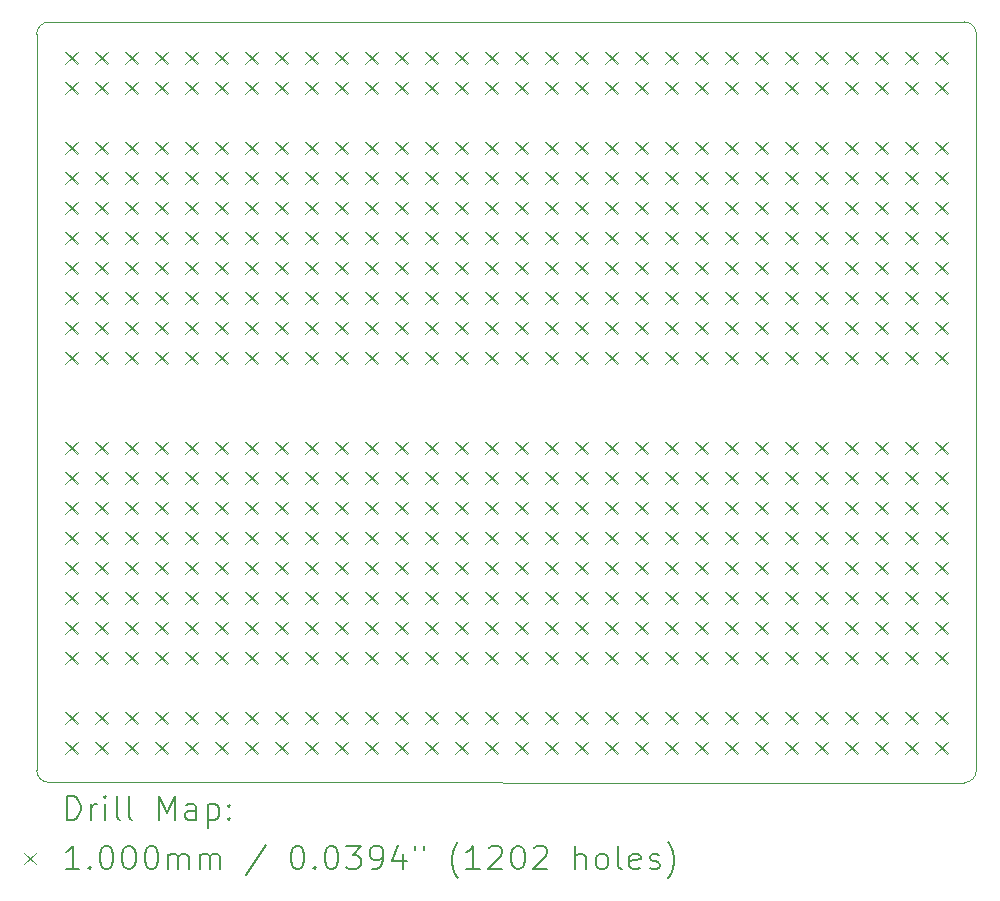
<source format=gbr>
%TF.GenerationSoftware,KiCad,Pcbnew,8.0.1*%
%TF.CreationDate,2024-04-20T18:07:58+02:00*%
%TF.ProjectId,proto_board_V3,70726f74-6f5f-4626-9f61-72645f56332e,rev?*%
%TF.SameCoordinates,Original*%
%TF.FileFunction,Drillmap*%
%TF.FilePolarity,Positive*%
%FSLAX45Y45*%
G04 Gerber Fmt 4.5, Leading zero omitted, Abs format (unit mm)*
G04 Created by KiCad (PCBNEW 8.0.1) date 2024-04-20 18:07:58*
%MOMM*%
%LPD*%
G01*
G04 APERTURE LIST*
%ADD10C,0.050000*%
%ADD11C,0.200000*%
%ADD12C,0.100000*%
G04 APERTURE END LIST*
D10*
X12500000Y-10979000D02*
X12499754Y-4746246D01*
X4647246Y-11081754D02*
X12395000Y-11084000D01*
X4542246Y-4749246D02*
X4542246Y-10976754D01*
X12394754Y-4641246D02*
X4647246Y-4644246D01*
X12394754Y-4641246D02*
G75*
G02*
X12499754Y-4746246I0J-105000D01*
G01*
X4647246Y-11081754D02*
G75*
G02*
X4542246Y-10976754I0J105000D01*
G01*
X4542246Y-4749246D02*
G75*
G02*
X4647246Y-4644246I105000J0D01*
G01*
X12500000Y-10979000D02*
G75*
G02*
X12395000Y-11084000I-105000J0D01*
G01*
D11*
D12*
X4784000Y-4899000D02*
X4884000Y-4999000D01*
X4884000Y-4899000D02*
X4784000Y-4999000D01*
X4784000Y-5153000D02*
X4884000Y-5253000D01*
X4884000Y-5153000D02*
X4784000Y-5253000D01*
X4784000Y-5661000D02*
X4884000Y-5761000D01*
X4884000Y-5661000D02*
X4784000Y-5761000D01*
X4784000Y-5915000D02*
X4884000Y-6015000D01*
X4884000Y-5915000D02*
X4784000Y-6015000D01*
X4784000Y-6169000D02*
X4884000Y-6269000D01*
X4884000Y-6169000D02*
X4784000Y-6269000D01*
X4784000Y-6423000D02*
X4884000Y-6523000D01*
X4884000Y-6423000D02*
X4784000Y-6523000D01*
X4784000Y-6677000D02*
X4884000Y-6777000D01*
X4884000Y-6677000D02*
X4784000Y-6777000D01*
X4784000Y-6931000D02*
X4884000Y-7031000D01*
X4884000Y-6931000D02*
X4784000Y-7031000D01*
X4784000Y-7185000D02*
X4884000Y-7285000D01*
X4884000Y-7185000D02*
X4784000Y-7285000D01*
X4784000Y-7439000D02*
X4884000Y-7539000D01*
X4884000Y-7439000D02*
X4784000Y-7539000D01*
X4785000Y-8201000D02*
X4885000Y-8301000D01*
X4885000Y-8201000D02*
X4785000Y-8301000D01*
X4785000Y-8455000D02*
X4885000Y-8555000D01*
X4885000Y-8455000D02*
X4785000Y-8555000D01*
X4785000Y-8709000D02*
X4885000Y-8809000D01*
X4885000Y-8709000D02*
X4785000Y-8809000D01*
X4785000Y-8963000D02*
X4885000Y-9063000D01*
X4885000Y-8963000D02*
X4785000Y-9063000D01*
X4785000Y-9217000D02*
X4885000Y-9317000D01*
X4885000Y-9217000D02*
X4785000Y-9317000D01*
X4785000Y-9471000D02*
X4885000Y-9571000D01*
X4885000Y-9471000D02*
X4785000Y-9571000D01*
X4785000Y-9725000D02*
X4885000Y-9825000D01*
X4885000Y-9725000D02*
X4785000Y-9825000D01*
X4785000Y-9979000D02*
X4885000Y-10079000D01*
X4885000Y-9979000D02*
X4785000Y-10079000D01*
X4785000Y-10487000D02*
X4885000Y-10587000D01*
X4885000Y-10487000D02*
X4785000Y-10587000D01*
X4785000Y-10741000D02*
X4885000Y-10841000D01*
X4885000Y-10741000D02*
X4785000Y-10841000D01*
X4790000Y-4894000D02*
X4890000Y-4994000D01*
X4890000Y-4894000D02*
X4790000Y-4994000D01*
X4790000Y-5148000D02*
X4890000Y-5248000D01*
X4890000Y-5148000D02*
X4790000Y-5248000D01*
X4790000Y-5656000D02*
X4890000Y-5756000D01*
X4890000Y-5656000D02*
X4790000Y-5756000D01*
X4790000Y-5910000D02*
X4890000Y-6010000D01*
X4890000Y-5910000D02*
X4790000Y-6010000D01*
X4790000Y-6164000D02*
X4890000Y-6264000D01*
X4890000Y-6164000D02*
X4790000Y-6264000D01*
X4790000Y-6418000D02*
X4890000Y-6518000D01*
X4890000Y-6418000D02*
X4790000Y-6518000D01*
X4790000Y-6672000D02*
X4890000Y-6772000D01*
X4890000Y-6672000D02*
X4790000Y-6772000D01*
X4790000Y-6926000D02*
X4890000Y-7026000D01*
X4890000Y-6926000D02*
X4790000Y-7026000D01*
X4790000Y-7180000D02*
X4890000Y-7280000D01*
X4890000Y-7180000D02*
X4790000Y-7280000D01*
X4790000Y-7434000D02*
X4890000Y-7534000D01*
X4890000Y-7434000D02*
X4790000Y-7534000D01*
X4791000Y-8196000D02*
X4891000Y-8296000D01*
X4891000Y-8196000D02*
X4791000Y-8296000D01*
X4791000Y-8450000D02*
X4891000Y-8550000D01*
X4891000Y-8450000D02*
X4791000Y-8550000D01*
X4791000Y-8704000D02*
X4891000Y-8804000D01*
X4891000Y-8704000D02*
X4791000Y-8804000D01*
X4791000Y-8958000D02*
X4891000Y-9058000D01*
X4891000Y-8958000D02*
X4791000Y-9058000D01*
X4791000Y-9212000D02*
X4891000Y-9312000D01*
X4891000Y-9212000D02*
X4791000Y-9312000D01*
X4791000Y-9466000D02*
X4891000Y-9566000D01*
X4891000Y-9466000D02*
X4791000Y-9566000D01*
X4791000Y-9720000D02*
X4891000Y-9820000D01*
X4891000Y-9720000D02*
X4791000Y-9820000D01*
X4791000Y-9974000D02*
X4891000Y-10074000D01*
X4891000Y-9974000D02*
X4791000Y-10074000D01*
X4791000Y-10482000D02*
X4891000Y-10582000D01*
X4891000Y-10482000D02*
X4791000Y-10582000D01*
X4791000Y-10736000D02*
X4891000Y-10836000D01*
X4891000Y-10736000D02*
X4791000Y-10836000D01*
X5038000Y-4899000D02*
X5138000Y-4999000D01*
X5138000Y-4899000D02*
X5038000Y-4999000D01*
X5038000Y-5153000D02*
X5138000Y-5253000D01*
X5138000Y-5153000D02*
X5038000Y-5253000D01*
X5038000Y-5661000D02*
X5138000Y-5761000D01*
X5138000Y-5661000D02*
X5038000Y-5761000D01*
X5038000Y-5915000D02*
X5138000Y-6015000D01*
X5138000Y-5915000D02*
X5038000Y-6015000D01*
X5038000Y-6169000D02*
X5138000Y-6269000D01*
X5138000Y-6169000D02*
X5038000Y-6269000D01*
X5038000Y-6423000D02*
X5138000Y-6523000D01*
X5138000Y-6423000D02*
X5038000Y-6523000D01*
X5038000Y-6677000D02*
X5138000Y-6777000D01*
X5138000Y-6677000D02*
X5038000Y-6777000D01*
X5038000Y-6931000D02*
X5138000Y-7031000D01*
X5138000Y-6931000D02*
X5038000Y-7031000D01*
X5038000Y-7185000D02*
X5138000Y-7285000D01*
X5138000Y-7185000D02*
X5038000Y-7285000D01*
X5038000Y-7439000D02*
X5138000Y-7539000D01*
X5138000Y-7439000D02*
X5038000Y-7539000D01*
X5039000Y-8201000D02*
X5139000Y-8301000D01*
X5139000Y-8201000D02*
X5039000Y-8301000D01*
X5039000Y-8455000D02*
X5139000Y-8555000D01*
X5139000Y-8455000D02*
X5039000Y-8555000D01*
X5039000Y-8709000D02*
X5139000Y-8809000D01*
X5139000Y-8709000D02*
X5039000Y-8809000D01*
X5039000Y-8963000D02*
X5139000Y-9063000D01*
X5139000Y-8963000D02*
X5039000Y-9063000D01*
X5039000Y-9217000D02*
X5139000Y-9317000D01*
X5139000Y-9217000D02*
X5039000Y-9317000D01*
X5039000Y-9471000D02*
X5139000Y-9571000D01*
X5139000Y-9471000D02*
X5039000Y-9571000D01*
X5039000Y-9725000D02*
X5139000Y-9825000D01*
X5139000Y-9725000D02*
X5039000Y-9825000D01*
X5039000Y-9979000D02*
X5139000Y-10079000D01*
X5139000Y-9979000D02*
X5039000Y-10079000D01*
X5039000Y-10487000D02*
X5139000Y-10587000D01*
X5139000Y-10487000D02*
X5039000Y-10587000D01*
X5039000Y-10741000D02*
X5139000Y-10841000D01*
X5139000Y-10741000D02*
X5039000Y-10841000D01*
X5044000Y-4894000D02*
X5144000Y-4994000D01*
X5144000Y-4894000D02*
X5044000Y-4994000D01*
X5044000Y-5148000D02*
X5144000Y-5248000D01*
X5144000Y-5148000D02*
X5044000Y-5248000D01*
X5044000Y-5656000D02*
X5144000Y-5756000D01*
X5144000Y-5656000D02*
X5044000Y-5756000D01*
X5044000Y-5910000D02*
X5144000Y-6010000D01*
X5144000Y-5910000D02*
X5044000Y-6010000D01*
X5044000Y-6164000D02*
X5144000Y-6264000D01*
X5144000Y-6164000D02*
X5044000Y-6264000D01*
X5044000Y-6418000D02*
X5144000Y-6518000D01*
X5144000Y-6418000D02*
X5044000Y-6518000D01*
X5044000Y-6672000D02*
X5144000Y-6772000D01*
X5144000Y-6672000D02*
X5044000Y-6772000D01*
X5044000Y-6926000D02*
X5144000Y-7026000D01*
X5144000Y-6926000D02*
X5044000Y-7026000D01*
X5044000Y-7180000D02*
X5144000Y-7280000D01*
X5144000Y-7180000D02*
X5044000Y-7280000D01*
X5044000Y-7434000D02*
X5144000Y-7534000D01*
X5144000Y-7434000D02*
X5044000Y-7534000D01*
X5045000Y-8196000D02*
X5145000Y-8296000D01*
X5145000Y-8196000D02*
X5045000Y-8296000D01*
X5045000Y-8450000D02*
X5145000Y-8550000D01*
X5145000Y-8450000D02*
X5045000Y-8550000D01*
X5045000Y-8704000D02*
X5145000Y-8804000D01*
X5145000Y-8704000D02*
X5045000Y-8804000D01*
X5045000Y-8958000D02*
X5145000Y-9058000D01*
X5145000Y-8958000D02*
X5045000Y-9058000D01*
X5045000Y-9212000D02*
X5145000Y-9312000D01*
X5145000Y-9212000D02*
X5045000Y-9312000D01*
X5045000Y-9466000D02*
X5145000Y-9566000D01*
X5145000Y-9466000D02*
X5045000Y-9566000D01*
X5045000Y-9720000D02*
X5145000Y-9820000D01*
X5145000Y-9720000D02*
X5045000Y-9820000D01*
X5045000Y-9974000D02*
X5145000Y-10074000D01*
X5145000Y-9974000D02*
X5045000Y-10074000D01*
X5045000Y-10482000D02*
X5145000Y-10582000D01*
X5145000Y-10482000D02*
X5045000Y-10582000D01*
X5045000Y-10736000D02*
X5145000Y-10836000D01*
X5145000Y-10736000D02*
X5045000Y-10836000D01*
X5292000Y-4899000D02*
X5392000Y-4999000D01*
X5392000Y-4899000D02*
X5292000Y-4999000D01*
X5292000Y-5153000D02*
X5392000Y-5253000D01*
X5392000Y-5153000D02*
X5292000Y-5253000D01*
X5292000Y-5661000D02*
X5392000Y-5761000D01*
X5392000Y-5661000D02*
X5292000Y-5761000D01*
X5292000Y-5915000D02*
X5392000Y-6015000D01*
X5392000Y-5915000D02*
X5292000Y-6015000D01*
X5292000Y-6169000D02*
X5392000Y-6269000D01*
X5392000Y-6169000D02*
X5292000Y-6269000D01*
X5292000Y-6423000D02*
X5392000Y-6523000D01*
X5392000Y-6423000D02*
X5292000Y-6523000D01*
X5292000Y-6677000D02*
X5392000Y-6777000D01*
X5392000Y-6677000D02*
X5292000Y-6777000D01*
X5292000Y-6931000D02*
X5392000Y-7031000D01*
X5392000Y-6931000D02*
X5292000Y-7031000D01*
X5292000Y-7185000D02*
X5392000Y-7285000D01*
X5392000Y-7185000D02*
X5292000Y-7285000D01*
X5292000Y-7439000D02*
X5392000Y-7539000D01*
X5392000Y-7439000D02*
X5292000Y-7539000D01*
X5293000Y-8201000D02*
X5393000Y-8301000D01*
X5393000Y-8201000D02*
X5293000Y-8301000D01*
X5293000Y-8455000D02*
X5393000Y-8555000D01*
X5393000Y-8455000D02*
X5293000Y-8555000D01*
X5293000Y-8709000D02*
X5393000Y-8809000D01*
X5393000Y-8709000D02*
X5293000Y-8809000D01*
X5293000Y-8963000D02*
X5393000Y-9063000D01*
X5393000Y-8963000D02*
X5293000Y-9063000D01*
X5293000Y-9217000D02*
X5393000Y-9317000D01*
X5393000Y-9217000D02*
X5293000Y-9317000D01*
X5293000Y-9471000D02*
X5393000Y-9571000D01*
X5393000Y-9471000D02*
X5293000Y-9571000D01*
X5293000Y-9725000D02*
X5393000Y-9825000D01*
X5393000Y-9725000D02*
X5293000Y-9825000D01*
X5293000Y-9979000D02*
X5393000Y-10079000D01*
X5393000Y-9979000D02*
X5293000Y-10079000D01*
X5293000Y-10487000D02*
X5393000Y-10587000D01*
X5393000Y-10487000D02*
X5293000Y-10587000D01*
X5293000Y-10741000D02*
X5393000Y-10841000D01*
X5393000Y-10741000D02*
X5293000Y-10841000D01*
X5298000Y-4894000D02*
X5398000Y-4994000D01*
X5398000Y-4894000D02*
X5298000Y-4994000D01*
X5298000Y-5148000D02*
X5398000Y-5248000D01*
X5398000Y-5148000D02*
X5298000Y-5248000D01*
X5298000Y-5656000D02*
X5398000Y-5756000D01*
X5398000Y-5656000D02*
X5298000Y-5756000D01*
X5298000Y-5910000D02*
X5398000Y-6010000D01*
X5398000Y-5910000D02*
X5298000Y-6010000D01*
X5298000Y-6164000D02*
X5398000Y-6264000D01*
X5398000Y-6164000D02*
X5298000Y-6264000D01*
X5298000Y-6418000D02*
X5398000Y-6518000D01*
X5398000Y-6418000D02*
X5298000Y-6518000D01*
X5298000Y-6672000D02*
X5398000Y-6772000D01*
X5398000Y-6672000D02*
X5298000Y-6772000D01*
X5298000Y-6926000D02*
X5398000Y-7026000D01*
X5398000Y-6926000D02*
X5298000Y-7026000D01*
X5298000Y-7180000D02*
X5398000Y-7280000D01*
X5398000Y-7180000D02*
X5298000Y-7280000D01*
X5298000Y-7434000D02*
X5398000Y-7534000D01*
X5398000Y-7434000D02*
X5298000Y-7534000D01*
X5299000Y-8196000D02*
X5399000Y-8296000D01*
X5399000Y-8196000D02*
X5299000Y-8296000D01*
X5299000Y-8450000D02*
X5399000Y-8550000D01*
X5399000Y-8450000D02*
X5299000Y-8550000D01*
X5299000Y-8704000D02*
X5399000Y-8804000D01*
X5399000Y-8704000D02*
X5299000Y-8804000D01*
X5299000Y-8958000D02*
X5399000Y-9058000D01*
X5399000Y-8958000D02*
X5299000Y-9058000D01*
X5299000Y-9212000D02*
X5399000Y-9312000D01*
X5399000Y-9212000D02*
X5299000Y-9312000D01*
X5299000Y-9466000D02*
X5399000Y-9566000D01*
X5399000Y-9466000D02*
X5299000Y-9566000D01*
X5299000Y-9720000D02*
X5399000Y-9820000D01*
X5399000Y-9720000D02*
X5299000Y-9820000D01*
X5299000Y-9974000D02*
X5399000Y-10074000D01*
X5399000Y-9974000D02*
X5299000Y-10074000D01*
X5299000Y-10482000D02*
X5399000Y-10582000D01*
X5399000Y-10482000D02*
X5299000Y-10582000D01*
X5299000Y-10736000D02*
X5399000Y-10836000D01*
X5399000Y-10736000D02*
X5299000Y-10836000D01*
X5546000Y-4899000D02*
X5646000Y-4999000D01*
X5646000Y-4899000D02*
X5546000Y-4999000D01*
X5546000Y-5153000D02*
X5646000Y-5253000D01*
X5646000Y-5153000D02*
X5546000Y-5253000D01*
X5546000Y-5661000D02*
X5646000Y-5761000D01*
X5646000Y-5661000D02*
X5546000Y-5761000D01*
X5546000Y-5915000D02*
X5646000Y-6015000D01*
X5646000Y-5915000D02*
X5546000Y-6015000D01*
X5546000Y-6169000D02*
X5646000Y-6269000D01*
X5646000Y-6169000D02*
X5546000Y-6269000D01*
X5546000Y-6423000D02*
X5646000Y-6523000D01*
X5646000Y-6423000D02*
X5546000Y-6523000D01*
X5546000Y-6677000D02*
X5646000Y-6777000D01*
X5646000Y-6677000D02*
X5546000Y-6777000D01*
X5546000Y-6931000D02*
X5646000Y-7031000D01*
X5646000Y-6931000D02*
X5546000Y-7031000D01*
X5546000Y-7185000D02*
X5646000Y-7285000D01*
X5646000Y-7185000D02*
X5546000Y-7285000D01*
X5546000Y-7439000D02*
X5646000Y-7539000D01*
X5646000Y-7439000D02*
X5546000Y-7539000D01*
X5547000Y-8201000D02*
X5647000Y-8301000D01*
X5647000Y-8201000D02*
X5547000Y-8301000D01*
X5547000Y-8455000D02*
X5647000Y-8555000D01*
X5647000Y-8455000D02*
X5547000Y-8555000D01*
X5547000Y-8709000D02*
X5647000Y-8809000D01*
X5647000Y-8709000D02*
X5547000Y-8809000D01*
X5547000Y-8963000D02*
X5647000Y-9063000D01*
X5647000Y-8963000D02*
X5547000Y-9063000D01*
X5547000Y-9217000D02*
X5647000Y-9317000D01*
X5647000Y-9217000D02*
X5547000Y-9317000D01*
X5547000Y-9471000D02*
X5647000Y-9571000D01*
X5647000Y-9471000D02*
X5547000Y-9571000D01*
X5547000Y-9725000D02*
X5647000Y-9825000D01*
X5647000Y-9725000D02*
X5547000Y-9825000D01*
X5547000Y-9979000D02*
X5647000Y-10079000D01*
X5647000Y-9979000D02*
X5547000Y-10079000D01*
X5547000Y-10487000D02*
X5647000Y-10587000D01*
X5647000Y-10487000D02*
X5547000Y-10587000D01*
X5547000Y-10741000D02*
X5647000Y-10841000D01*
X5647000Y-10741000D02*
X5547000Y-10841000D01*
X5552000Y-4894000D02*
X5652000Y-4994000D01*
X5652000Y-4894000D02*
X5552000Y-4994000D01*
X5552000Y-5148000D02*
X5652000Y-5248000D01*
X5652000Y-5148000D02*
X5552000Y-5248000D01*
X5552000Y-5656000D02*
X5652000Y-5756000D01*
X5652000Y-5656000D02*
X5552000Y-5756000D01*
X5552000Y-5910000D02*
X5652000Y-6010000D01*
X5652000Y-5910000D02*
X5552000Y-6010000D01*
X5552000Y-6164000D02*
X5652000Y-6264000D01*
X5652000Y-6164000D02*
X5552000Y-6264000D01*
X5552000Y-6418000D02*
X5652000Y-6518000D01*
X5652000Y-6418000D02*
X5552000Y-6518000D01*
X5552000Y-6672000D02*
X5652000Y-6772000D01*
X5652000Y-6672000D02*
X5552000Y-6772000D01*
X5552000Y-6926000D02*
X5652000Y-7026000D01*
X5652000Y-6926000D02*
X5552000Y-7026000D01*
X5552000Y-7180000D02*
X5652000Y-7280000D01*
X5652000Y-7180000D02*
X5552000Y-7280000D01*
X5552000Y-7434000D02*
X5652000Y-7534000D01*
X5652000Y-7434000D02*
X5552000Y-7534000D01*
X5553000Y-8196000D02*
X5653000Y-8296000D01*
X5653000Y-8196000D02*
X5553000Y-8296000D01*
X5553000Y-8450000D02*
X5653000Y-8550000D01*
X5653000Y-8450000D02*
X5553000Y-8550000D01*
X5553000Y-8704000D02*
X5653000Y-8804000D01*
X5653000Y-8704000D02*
X5553000Y-8804000D01*
X5553000Y-8958000D02*
X5653000Y-9058000D01*
X5653000Y-8958000D02*
X5553000Y-9058000D01*
X5553000Y-9212000D02*
X5653000Y-9312000D01*
X5653000Y-9212000D02*
X5553000Y-9312000D01*
X5553000Y-9466000D02*
X5653000Y-9566000D01*
X5653000Y-9466000D02*
X5553000Y-9566000D01*
X5553000Y-9720000D02*
X5653000Y-9820000D01*
X5653000Y-9720000D02*
X5553000Y-9820000D01*
X5553000Y-9974000D02*
X5653000Y-10074000D01*
X5653000Y-9974000D02*
X5553000Y-10074000D01*
X5553000Y-10482000D02*
X5653000Y-10582000D01*
X5653000Y-10482000D02*
X5553000Y-10582000D01*
X5553000Y-10736000D02*
X5653000Y-10836000D01*
X5653000Y-10736000D02*
X5553000Y-10836000D01*
X5800000Y-4899000D02*
X5900000Y-4999000D01*
X5900000Y-4899000D02*
X5800000Y-4999000D01*
X5800000Y-5153000D02*
X5900000Y-5253000D01*
X5900000Y-5153000D02*
X5800000Y-5253000D01*
X5800000Y-5661000D02*
X5900000Y-5761000D01*
X5900000Y-5661000D02*
X5800000Y-5761000D01*
X5800000Y-5915000D02*
X5900000Y-6015000D01*
X5900000Y-5915000D02*
X5800000Y-6015000D01*
X5800000Y-6169000D02*
X5900000Y-6269000D01*
X5900000Y-6169000D02*
X5800000Y-6269000D01*
X5800000Y-6423000D02*
X5900000Y-6523000D01*
X5900000Y-6423000D02*
X5800000Y-6523000D01*
X5800000Y-6677000D02*
X5900000Y-6777000D01*
X5900000Y-6677000D02*
X5800000Y-6777000D01*
X5800000Y-6931000D02*
X5900000Y-7031000D01*
X5900000Y-6931000D02*
X5800000Y-7031000D01*
X5800000Y-7185000D02*
X5900000Y-7285000D01*
X5900000Y-7185000D02*
X5800000Y-7285000D01*
X5800000Y-7439000D02*
X5900000Y-7539000D01*
X5900000Y-7439000D02*
X5800000Y-7539000D01*
X5801000Y-8201000D02*
X5901000Y-8301000D01*
X5901000Y-8201000D02*
X5801000Y-8301000D01*
X5801000Y-8455000D02*
X5901000Y-8555000D01*
X5901000Y-8455000D02*
X5801000Y-8555000D01*
X5801000Y-8709000D02*
X5901000Y-8809000D01*
X5901000Y-8709000D02*
X5801000Y-8809000D01*
X5801000Y-8963000D02*
X5901000Y-9063000D01*
X5901000Y-8963000D02*
X5801000Y-9063000D01*
X5801000Y-9217000D02*
X5901000Y-9317000D01*
X5901000Y-9217000D02*
X5801000Y-9317000D01*
X5801000Y-9471000D02*
X5901000Y-9571000D01*
X5901000Y-9471000D02*
X5801000Y-9571000D01*
X5801000Y-9725000D02*
X5901000Y-9825000D01*
X5901000Y-9725000D02*
X5801000Y-9825000D01*
X5801000Y-9979000D02*
X5901000Y-10079000D01*
X5901000Y-9979000D02*
X5801000Y-10079000D01*
X5801000Y-10487000D02*
X5901000Y-10587000D01*
X5901000Y-10487000D02*
X5801000Y-10587000D01*
X5801000Y-10741000D02*
X5901000Y-10841000D01*
X5901000Y-10741000D02*
X5801000Y-10841000D01*
X5806000Y-4894000D02*
X5906000Y-4994000D01*
X5906000Y-4894000D02*
X5806000Y-4994000D01*
X5806000Y-5148000D02*
X5906000Y-5248000D01*
X5906000Y-5148000D02*
X5806000Y-5248000D01*
X5806000Y-5656000D02*
X5906000Y-5756000D01*
X5906000Y-5656000D02*
X5806000Y-5756000D01*
X5806000Y-5910000D02*
X5906000Y-6010000D01*
X5906000Y-5910000D02*
X5806000Y-6010000D01*
X5806000Y-6164000D02*
X5906000Y-6264000D01*
X5906000Y-6164000D02*
X5806000Y-6264000D01*
X5806000Y-6418000D02*
X5906000Y-6518000D01*
X5906000Y-6418000D02*
X5806000Y-6518000D01*
X5806000Y-6672000D02*
X5906000Y-6772000D01*
X5906000Y-6672000D02*
X5806000Y-6772000D01*
X5806000Y-6926000D02*
X5906000Y-7026000D01*
X5906000Y-6926000D02*
X5806000Y-7026000D01*
X5806000Y-7180000D02*
X5906000Y-7280000D01*
X5906000Y-7180000D02*
X5806000Y-7280000D01*
X5806000Y-7434000D02*
X5906000Y-7534000D01*
X5906000Y-7434000D02*
X5806000Y-7534000D01*
X5807000Y-8196000D02*
X5907000Y-8296000D01*
X5907000Y-8196000D02*
X5807000Y-8296000D01*
X5807000Y-8450000D02*
X5907000Y-8550000D01*
X5907000Y-8450000D02*
X5807000Y-8550000D01*
X5807000Y-8704000D02*
X5907000Y-8804000D01*
X5907000Y-8704000D02*
X5807000Y-8804000D01*
X5807000Y-8958000D02*
X5907000Y-9058000D01*
X5907000Y-8958000D02*
X5807000Y-9058000D01*
X5807000Y-9212000D02*
X5907000Y-9312000D01*
X5907000Y-9212000D02*
X5807000Y-9312000D01*
X5807000Y-9466000D02*
X5907000Y-9566000D01*
X5907000Y-9466000D02*
X5807000Y-9566000D01*
X5807000Y-9720000D02*
X5907000Y-9820000D01*
X5907000Y-9720000D02*
X5807000Y-9820000D01*
X5807000Y-9974000D02*
X5907000Y-10074000D01*
X5907000Y-9974000D02*
X5807000Y-10074000D01*
X5807000Y-10482000D02*
X5907000Y-10582000D01*
X5907000Y-10482000D02*
X5807000Y-10582000D01*
X5807000Y-10736000D02*
X5907000Y-10836000D01*
X5907000Y-10736000D02*
X5807000Y-10836000D01*
X6054000Y-4899000D02*
X6154000Y-4999000D01*
X6154000Y-4899000D02*
X6054000Y-4999000D01*
X6054000Y-5153000D02*
X6154000Y-5253000D01*
X6154000Y-5153000D02*
X6054000Y-5253000D01*
X6054000Y-5661000D02*
X6154000Y-5761000D01*
X6154000Y-5661000D02*
X6054000Y-5761000D01*
X6054000Y-5915000D02*
X6154000Y-6015000D01*
X6154000Y-5915000D02*
X6054000Y-6015000D01*
X6054000Y-6169000D02*
X6154000Y-6269000D01*
X6154000Y-6169000D02*
X6054000Y-6269000D01*
X6054000Y-6423000D02*
X6154000Y-6523000D01*
X6154000Y-6423000D02*
X6054000Y-6523000D01*
X6054000Y-6677000D02*
X6154000Y-6777000D01*
X6154000Y-6677000D02*
X6054000Y-6777000D01*
X6054000Y-6931000D02*
X6154000Y-7031000D01*
X6154000Y-6931000D02*
X6054000Y-7031000D01*
X6054000Y-7185000D02*
X6154000Y-7285000D01*
X6154000Y-7185000D02*
X6054000Y-7285000D01*
X6054000Y-7439000D02*
X6154000Y-7539000D01*
X6154000Y-7439000D02*
X6054000Y-7539000D01*
X6055000Y-8201000D02*
X6155000Y-8301000D01*
X6155000Y-8201000D02*
X6055000Y-8301000D01*
X6055000Y-8455000D02*
X6155000Y-8555000D01*
X6155000Y-8455000D02*
X6055000Y-8555000D01*
X6055000Y-8709000D02*
X6155000Y-8809000D01*
X6155000Y-8709000D02*
X6055000Y-8809000D01*
X6055000Y-8963000D02*
X6155000Y-9063000D01*
X6155000Y-8963000D02*
X6055000Y-9063000D01*
X6055000Y-9217000D02*
X6155000Y-9317000D01*
X6155000Y-9217000D02*
X6055000Y-9317000D01*
X6055000Y-9471000D02*
X6155000Y-9571000D01*
X6155000Y-9471000D02*
X6055000Y-9571000D01*
X6055000Y-9725000D02*
X6155000Y-9825000D01*
X6155000Y-9725000D02*
X6055000Y-9825000D01*
X6055000Y-9979000D02*
X6155000Y-10079000D01*
X6155000Y-9979000D02*
X6055000Y-10079000D01*
X6055000Y-10487000D02*
X6155000Y-10587000D01*
X6155000Y-10487000D02*
X6055000Y-10587000D01*
X6055000Y-10741000D02*
X6155000Y-10841000D01*
X6155000Y-10741000D02*
X6055000Y-10841000D01*
X6060000Y-4894000D02*
X6160000Y-4994000D01*
X6160000Y-4894000D02*
X6060000Y-4994000D01*
X6060000Y-5148000D02*
X6160000Y-5248000D01*
X6160000Y-5148000D02*
X6060000Y-5248000D01*
X6060000Y-5656000D02*
X6160000Y-5756000D01*
X6160000Y-5656000D02*
X6060000Y-5756000D01*
X6060000Y-5910000D02*
X6160000Y-6010000D01*
X6160000Y-5910000D02*
X6060000Y-6010000D01*
X6060000Y-6164000D02*
X6160000Y-6264000D01*
X6160000Y-6164000D02*
X6060000Y-6264000D01*
X6060000Y-6418000D02*
X6160000Y-6518000D01*
X6160000Y-6418000D02*
X6060000Y-6518000D01*
X6060000Y-6672000D02*
X6160000Y-6772000D01*
X6160000Y-6672000D02*
X6060000Y-6772000D01*
X6060000Y-6926000D02*
X6160000Y-7026000D01*
X6160000Y-6926000D02*
X6060000Y-7026000D01*
X6060000Y-7180000D02*
X6160000Y-7280000D01*
X6160000Y-7180000D02*
X6060000Y-7280000D01*
X6060000Y-7434000D02*
X6160000Y-7534000D01*
X6160000Y-7434000D02*
X6060000Y-7534000D01*
X6061000Y-8196000D02*
X6161000Y-8296000D01*
X6161000Y-8196000D02*
X6061000Y-8296000D01*
X6061000Y-8450000D02*
X6161000Y-8550000D01*
X6161000Y-8450000D02*
X6061000Y-8550000D01*
X6061000Y-8704000D02*
X6161000Y-8804000D01*
X6161000Y-8704000D02*
X6061000Y-8804000D01*
X6061000Y-8958000D02*
X6161000Y-9058000D01*
X6161000Y-8958000D02*
X6061000Y-9058000D01*
X6061000Y-9212000D02*
X6161000Y-9312000D01*
X6161000Y-9212000D02*
X6061000Y-9312000D01*
X6061000Y-9466000D02*
X6161000Y-9566000D01*
X6161000Y-9466000D02*
X6061000Y-9566000D01*
X6061000Y-9720000D02*
X6161000Y-9820000D01*
X6161000Y-9720000D02*
X6061000Y-9820000D01*
X6061000Y-9974000D02*
X6161000Y-10074000D01*
X6161000Y-9974000D02*
X6061000Y-10074000D01*
X6061000Y-10482000D02*
X6161000Y-10582000D01*
X6161000Y-10482000D02*
X6061000Y-10582000D01*
X6061000Y-10736000D02*
X6161000Y-10836000D01*
X6161000Y-10736000D02*
X6061000Y-10836000D01*
X6308000Y-4899000D02*
X6408000Y-4999000D01*
X6408000Y-4899000D02*
X6308000Y-4999000D01*
X6308000Y-5153000D02*
X6408000Y-5253000D01*
X6408000Y-5153000D02*
X6308000Y-5253000D01*
X6308000Y-5661000D02*
X6408000Y-5761000D01*
X6408000Y-5661000D02*
X6308000Y-5761000D01*
X6308000Y-5915000D02*
X6408000Y-6015000D01*
X6408000Y-5915000D02*
X6308000Y-6015000D01*
X6308000Y-6169000D02*
X6408000Y-6269000D01*
X6408000Y-6169000D02*
X6308000Y-6269000D01*
X6308000Y-6423000D02*
X6408000Y-6523000D01*
X6408000Y-6423000D02*
X6308000Y-6523000D01*
X6308000Y-6677000D02*
X6408000Y-6777000D01*
X6408000Y-6677000D02*
X6308000Y-6777000D01*
X6308000Y-6931000D02*
X6408000Y-7031000D01*
X6408000Y-6931000D02*
X6308000Y-7031000D01*
X6308000Y-7185000D02*
X6408000Y-7285000D01*
X6408000Y-7185000D02*
X6308000Y-7285000D01*
X6308000Y-7439000D02*
X6408000Y-7539000D01*
X6408000Y-7439000D02*
X6308000Y-7539000D01*
X6309000Y-8201000D02*
X6409000Y-8301000D01*
X6409000Y-8201000D02*
X6309000Y-8301000D01*
X6309000Y-8455000D02*
X6409000Y-8555000D01*
X6409000Y-8455000D02*
X6309000Y-8555000D01*
X6309000Y-8709000D02*
X6409000Y-8809000D01*
X6409000Y-8709000D02*
X6309000Y-8809000D01*
X6309000Y-8963000D02*
X6409000Y-9063000D01*
X6409000Y-8963000D02*
X6309000Y-9063000D01*
X6309000Y-9217000D02*
X6409000Y-9317000D01*
X6409000Y-9217000D02*
X6309000Y-9317000D01*
X6309000Y-9471000D02*
X6409000Y-9571000D01*
X6409000Y-9471000D02*
X6309000Y-9571000D01*
X6309000Y-9725000D02*
X6409000Y-9825000D01*
X6409000Y-9725000D02*
X6309000Y-9825000D01*
X6309000Y-9979000D02*
X6409000Y-10079000D01*
X6409000Y-9979000D02*
X6309000Y-10079000D01*
X6309000Y-10487000D02*
X6409000Y-10587000D01*
X6409000Y-10487000D02*
X6309000Y-10587000D01*
X6309000Y-10741000D02*
X6409000Y-10841000D01*
X6409000Y-10741000D02*
X6309000Y-10841000D01*
X6314000Y-4894000D02*
X6414000Y-4994000D01*
X6414000Y-4894000D02*
X6314000Y-4994000D01*
X6314000Y-5148000D02*
X6414000Y-5248000D01*
X6414000Y-5148000D02*
X6314000Y-5248000D01*
X6314000Y-5656000D02*
X6414000Y-5756000D01*
X6414000Y-5656000D02*
X6314000Y-5756000D01*
X6314000Y-5910000D02*
X6414000Y-6010000D01*
X6414000Y-5910000D02*
X6314000Y-6010000D01*
X6314000Y-6164000D02*
X6414000Y-6264000D01*
X6414000Y-6164000D02*
X6314000Y-6264000D01*
X6314000Y-6418000D02*
X6414000Y-6518000D01*
X6414000Y-6418000D02*
X6314000Y-6518000D01*
X6314000Y-6672000D02*
X6414000Y-6772000D01*
X6414000Y-6672000D02*
X6314000Y-6772000D01*
X6314000Y-6926000D02*
X6414000Y-7026000D01*
X6414000Y-6926000D02*
X6314000Y-7026000D01*
X6314000Y-7180000D02*
X6414000Y-7280000D01*
X6414000Y-7180000D02*
X6314000Y-7280000D01*
X6314000Y-7434000D02*
X6414000Y-7534000D01*
X6414000Y-7434000D02*
X6314000Y-7534000D01*
X6315000Y-8196000D02*
X6415000Y-8296000D01*
X6415000Y-8196000D02*
X6315000Y-8296000D01*
X6315000Y-8450000D02*
X6415000Y-8550000D01*
X6415000Y-8450000D02*
X6315000Y-8550000D01*
X6315000Y-8704000D02*
X6415000Y-8804000D01*
X6415000Y-8704000D02*
X6315000Y-8804000D01*
X6315000Y-8958000D02*
X6415000Y-9058000D01*
X6415000Y-8958000D02*
X6315000Y-9058000D01*
X6315000Y-9212000D02*
X6415000Y-9312000D01*
X6415000Y-9212000D02*
X6315000Y-9312000D01*
X6315000Y-9466000D02*
X6415000Y-9566000D01*
X6415000Y-9466000D02*
X6315000Y-9566000D01*
X6315000Y-9720000D02*
X6415000Y-9820000D01*
X6415000Y-9720000D02*
X6315000Y-9820000D01*
X6315000Y-9974000D02*
X6415000Y-10074000D01*
X6415000Y-9974000D02*
X6315000Y-10074000D01*
X6315000Y-10482000D02*
X6415000Y-10582000D01*
X6415000Y-10482000D02*
X6315000Y-10582000D01*
X6315000Y-10736000D02*
X6415000Y-10836000D01*
X6415000Y-10736000D02*
X6315000Y-10836000D01*
X6562000Y-4899000D02*
X6662000Y-4999000D01*
X6662000Y-4899000D02*
X6562000Y-4999000D01*
X6562000Y-5153000D02*
X6662000Y-5253000D01*
X6662000Y-5153000D02*
X6562000Y-5253000D01*
X6562000Y-5661000D02*
X6662000Y-5761000D01*
X6662000Y-5661000D02*
X6562000Y-5761000D01*
X6562000Y-5915000D02*
X6662000Y-6015000D01*
X6662000Y-5915000D02*
X6562000Y-6015000D01*
X6562000Y-6169000D02*
X6662000Y-6269000D01*
X6662000Y-6169000D02*
X6562000Y-6269000D01*
X6562000Y-6423000D02*
X6662000Y-6523000D01*
X6662000Y-6423000D02*
X6562000Y-6523000D01*
X6562000Y-6677000D02*
X6662000Y-6777000D01*
X6662000Y-6677000D02*
X6562000Y-6777000D01*
X6562000Y-6931000D02*
X6662000Y-7031000D01*
X6662000Y-6931000D02*
X6562000Y-7031000D01*
X6562000Y-7185000D02*
X6662000Y-7285000D01*
X6662000Y-7185000D02*
X6562000Y-7285000D01*
X6562000Y-7439000D02*
X6662000Y-7539000D01*
X6662000Y-7439000D02*
X6562000Y-7539000D01*
X6563000Y-8201000D02*
X6663000Y-8301000D01*
X6663000Y-8201000D02*
X6563000Y-8301000D01*
X6563000Y-8455000D02*
X6663000Y-8555000D01*
X6663000Y-8455000D02*
X6563000Y-8555000D01*
X6563000Y-8709000D02*
X6663000Y-8809000D01*
X6663000Y-8709000D02*
X6563000Y-8809000D01*
X6563000Y-8963000D02*
X6663000Y-9063000D01*
X6663000Y-8963000D02*
X6563000Y-9063000D01*
X6563000Y-9217000D02*
X6663000Y-9317000D01*
X6663000Y-9217000D02*
X6563000Y-9317000D01*
X6563000Y-9471000D02*
X6663000Y-9571000D01*
X6663000Y-9471000D02*
X6563000Y-9571000D01*
X6563000Y-9725000D02*
X6663000Y-9825000D01*
X6663000Y-9725000D02*
X6563000Y-9825000D01*
X6563000Y-9979000D02*
X6663000Y-10079000D01*
X6663000Y-9979000D02*
X6563000Y-10079000D01*
X6563000Y-10487000D02*
X6663000Y-10587000D01*
X6663000Y-10487000D02*
X6563000Y-10587000D01*
X6563000Y-10741000D02*
X6663000Y-10841000D01*
X6663000Y-10741000D02*
X6563000Y-10841000D01*
X6568000Y-4894000D02*
X6668000Y-4994000D01*
X6668000Y-4894000D02*
X6568000Y-4994000D01*
X6568000Y-5148000D02*
X6668000Y-5248000D01*
X6668000Y-5148000D02*
X6568000Y-5248000D01*
X6568000Y-5656000D02*
X6668000Y-5756000D01*
X6668000Y-5656000D02*
X6568000Y-5756000D01*
X6568000Y-5910000D02*
X6668000Y-6010000D01*
X6668000Y-5910000D02*
X6568000Y-6010000D01*
X6568000Y-6164000D02*
X6668000Y-6264000D01*
X6668000Y-6164000D02*
X6568000Y-6264000D01*
X6568000Y-6418000D02*
X6668000Y-6518000D01*
X6668000Y-6418000D02*
X6568000Y-6518000D01*
X6568000Y-6672000D02*
X6668000Y-6772000D01*
X6668000Y-6672000D02*
X6568000Y-6772000D01*
X6568000Y-6926000D02*
X6668000Y-7026000D01*
X6668000Y-6926000D02*
X6568000Y-7026000D01*
X6568000Y-7180000D02*
X6668000Y-7280000D01*
X6668000Y-7180000D02*
X6568000Y-7280000D01*
X6568000Y-7434000D02*
X6668000Y-7534000D01*
X6668000Y-7434000D02*
X6568000Y-7534000D01*
X6569000Y-8196000D02*
X6669000Y-8296000D01*
X6669000Y-8196000D02*
X6569000Y-8296000D01*
X6569000Y-8450000D02*
X6669000Y-8550000D01*
X6669000Y-8450000D02*
X6569000Y-8550000D01*
X6569000Y-8704000D02*
X6669000Y-8804000D01*
X6669000Y-8704000D02*
X6569000Y-8804000D01*
X6569000Y-8958000D02*
X6669000Y-9058000D01*
X6669000Y-8958000D02*
X6569000Y-9058000D01*
X6569000Y-9212000D02*
X6669000Y-9312000D01*
X6669000Y-9212000D02*
X6569000Y-9312000D01*
X6569000Y-9466000D02*
X6669000Y-9566000D01*
X6669000Y-9466000D02*
X6569000Y-9566000D01*
X6569000Y-9720000D02*
X6669000Y-9820000D01*
X6669000Y-9720000D02*
X6569000Y-9820000D01*
X6569000Y-9974000D02*
X6669000Y-10074000D01*
X6669000Y-9974000D02*
X6569000Y-10074000D01*
X6569000Y-10482000D02*
X6669000Y-10582000D01*
X6669000Y-10482000D02*
X6569000Y-10582000D01*
X6569000Y-10736000D02*
X6669000Y-10836000D01*
X6669000Y-10736000D02*
X6569000Y-10836000D01*
X6816000Y-4899000D02*
X6916000Y-4999000D01*
X6916000Y-4899000D02*
X6816000Y-4999000D01*
X6816000Y-5153000D02*
X6916000Y-5253000D01*
X6916000Y-5153000D02*
X6816000Y-5253000D01*
X6816000Y-5661000D02*
X6916000Y-5761000D01*
X6916000Y-5661000D02*
X6816000Y-5761000D01*
X6816000Y-5915000D02*
X6916000Y-6015000D01*
X6916000Y-5915000D02*
X6816000Y-6015000D01*
X6816000Y-6169000D02*
X6916000Y-6269000D01*
X6916000Y-6169000D02*
X6816000Y-6269000D01*
X6816000Y-6423000D02*
X6916000Y-6523000D01*
X6916000Y-6423000D02*
X6816000Y-6523000D01*
X6816000Y-6677000D02*
X6916000Y-6777000D01*
X6916000Y-6677000D02*
X6816000Y-6777000D01*
X6816000Y-6931000D02*
X6916000Y-7031000D01*
X6916000Y-6931000D02*
X6816000Y-7031000D01*
X6816000Y-7185000D02*
X6916000Y-7285000D01*
X6916000Y-7185000D02*
X6816000Y-7285000D01*
X6816000Y-7439000D02*
X6916000Y-7539000D01*
X6916000Y-7439000D02*
X6816000Y-7539000D01*
X6817000Y-8201000D02*
X6917000Y-8301000D01*
X6917000Y-8201000D02*
X6817000Y-8301000D01*
X6817000Y-8455000D02*
X6917000Y-8555000D01*
X6917000Y-8455000D02*
X6817000Y-8555000D01*
X6817000Y-8709000D02*
X6917000Y-8809000D01*
X6917000Y-8709000D02*
X6817000Y-8809000D01*
X6817000Y-8963000D02*
X6917000Y-9063000D01*
X6917000Y-8963000D02*
X6817000Y-9063000D01*
X6817000Y-9217000D02*
X6917000Y-9317000D01*
X6917000Y-9217000D02*
X6817000Y-9317000D01*
X6817000Y-9471000D02*
X6917000Y-9571000D01*
X6917000Y-9471000D02*
X6817000Y-9571000D01*
X6817000Y-9725000D02*
X6917000Y-9825000D01*
X6917000Y-9725000D02*
X6817000Y-9825000D01*
X6817000Y-9979000D02*
X6917000Y-10079000D01*
X6917000Y-9979000D02*
X6817000Y-10079000D01*
X6817000Y-10487000D02*
X6917000Y-10587000D01*
X6917000Y-10487000D02*
X6817000Y-10587000D01*
X6817000Y-10741000D02*
X6917000Y-10841000D01*
X6917000Y-10741000D02*
X6817000Y-10841000D01*
X6822000Y-4894000D02*
X6922000Y-4994000D01*
X6922000Y-4894000D02*
X6822000Y-4994000D01*
X6822000Y-5148000D02*
X6922000Y-5248000D01*
X6922000Y-5148000D02*
X6822000Y-5248000D01*
X6822000Y-5656000D02*
X6922000Y-5756000D01*
X6922000Y-5656000D02*
X6822000Y-5756000D01*
X6822000Y-5910000D02*
X6922000Y-6010000D01*
X6922000Y-5910000D02*
X6822000Y-6010000D01*
X6822000Y-6164000D02*
X6922000Y-6264000D01*
X6922000Y-6164000D02*
X6822000Y-6264000D01*
X6822000Y-6418000D02*
X6922000Y-6518000D01*
X6922000Y-6418000D02*
X6822000Y-6518000D01*
X6822000Y-6672000D02*
X6922000Y-6772000D01*
X6922000Y-6672000D02*
X6822000Y-6772000D01*
X6822000Y-6926000D02*
X6922000Y-7026000D01*
X6922000Y-6926000D02*
X6822000Y-7026000D01*
X6822000Y-7180000D02*
X6922000Y-7280000D01*
X6922000Y-7180000D02*
X6822000Y-7280000D01*
X6822000Y-7434000D02*
X6922000Y-7534000D01*
X6922000Y-7434000D02*
X6822000Y-7534000D01*
X6823000Y-8196000D02*
X6923000Y-8296000D01*
X6923000Y-8196000D02*
X6823000Y-8296000D01*
X6823000Y-8450000D02*
X6923000Y-8550000D01*
X6923000Y-8450000D02*
X6823000Y-8550000D01*
X6823000Y-8704000D02*
X6923000Y-8804000D01*
X6923000Y-8704000D02*
X6823000Y-8804000D01*
X6823000Y-8958000D02*
X6923000Y-9058000D01*
X6923000Y-8958000D02*
X6823000Y-9058000D01*
X6823000Y-9212000D02*
X6923000Y-9312000D01*
X6923000Y-9212000D02*
X6823000Y-9312000D01*
X6823000Y-9466000D02*
X6923000Y-9566000D01*
X6923000Y-9466000D02*
X6823000Y-9566000D01*
X6823000Y-9720000D02*
X6923000Y-9820000D01*
X6923000Y-9720000D02*
X6823000Y-9820000D01*
X6823000Y-9974000D02*
X6923000Y-10074000D01*
X6923000Y-9974000D02*
X6823000Y-10074000D01*
X6823000Y-10482000D02*
X6923000Y-10582000D01*
X6923000Y-10482000D02*
X6823000Y-10582000D01*
X6823000Y-10736000D02*
X6923000Y-10836000D01*
X6923000Y-10736000D02*
X6823000Y-10836000D01*
X7070000Y-4899000D02*
X7170000Y-4999000D01*
X7170000Y-4899000D02*
X7070000Y-4999000D01*
X7070000Y-5153000D02*
X7170000Y-5253000D01*
X7170000Y-5153000D02*
X7070000Y-5253000D01*
X7070000Y-5661000D02*
X7170000Y-5761000D01*
X7170000Y-5661000D02*
X7070000Y-5761000D01*
X7070000Y-5915000D02*
X7170000Y-6015000D01*
X7170000Y-5915000D02*
X7070000Y-6015000D01*
X7070000Y-6169000D02*
X7170000Y-6269000D01*
X7170000Y-6169000D02*
X7070000Y-6269000D01*
X7070000Y-6423000D02*
X7170000Y-6523000D01*
X7170000Y-6423000D02*
X7070000Y-6523000D01*
X7070000Y-6677000D02*
X7170000Y-6777000D01*
X7170000Y-6677000D02*
X7070000Y-6777000D01*
X7070000Y-6931000D02*
X7170000Y-7031000D01*
X7170000Y-6931000D02*
X7070000Y-7031000D01*
X7070000Y-7185000D02*
X7170000Y-7285000D01*
X7170000Y-7185000D02*
X7070000Y-7285000D01*
X7070000Y-7439000D02*
X7170000Y-7539000D01*
X7170000Y-7439000D02*
X7070000Y-7539000D01*
X7071000Y-8201000D02*
X7171000Y-8301000D01*
X7171000Y-8201000D02*
X7071000Y-8301000D01*
X7071000Y-8455000D02*
X7171000Y-8555000D01*
X7171000Y-8455000D02*
X7071000Y-8555000D01*
X7071000Y-8709000D02*
X7171000Y-8809000D01*
X7171000Y-8709000D02*
X7071000Y-8809000D01*
X7071000Y-8963000D02*
X7171000Y-9063000D01*
X7171000Y-8963000D02*
X7071000Y-9063000D01*
X7071000Y-9217000D02*
X7171000Y-9317000D01*
X7171000Y-9217000D02*
X7071000Y-9317000D01*
X7071000Y-9471000D02*
X7171000Y-9571000D01*
X7171000Y-9471000D02*
X7071000Y-9571000D01*
X7071000Y-9725000D02*
X7171000Y-9825000D01*
X7171000Y-9725000D02*
X7071000Y-9825000D01*
X7071000Y-9979000D02*
X7171000Y-10079000D01*
X7171000Y-9979000D02*
X7071000Y-10079000D01*
X7071000Y-10487000D02*
X7171000Y-10587000D01*
X7171000Y-10487000D02*
X7071000Y-10587000D01*
X7071000Y-10741000D02*
X7171000Y-10841000D01*
X7171000Y-10741000D02*
X7071000Y-10841000D01*
X7076000Y-4894000D02*
X7176000Y-4994000D01*
X7176000Y-4894000D02*
X7076000Y-4994000D01*
X7076000Y-5148000D02*
X7176000Y-5248000D01*
X7176000Y-5148000D02*
X7076000Y-5248000D01*
X7076000Y-5656000D02*
X7176000Y-5756000D01*
X7176000Y-5656000D02*
X7076000Y-5756000D01*
X7076000Y-5910000D02*
X7176000Y-6010000D01*
X7176000Y-5910000D02*
X7076000Y-6010000D01*
X7076000Y-6164000D02*
X7176000Y-6264000D01*
X7176000Y-6164000D02*
X7076000Y-6264000D01*
X7076000Y-6418000D02*
X7176000Y-6518000D01*
X7176000Y-6418000D02*
X7076000Y-6518000D01*
X7076000Y-6672000D02*
X7176000Y-6772000D01*
X7176000Y-6672000D02*
X7076000Y-6772000D01*
X7076000Y-6926000D02*
X7176000Y-7026000D01*
X7176000Y-6926000D02*
X7076000Y-7026000D01*
X7076000Y-7180000D02*
X7176000Y-7280000D01*
X7176000Y-7180000D02*
X7076000Y-7280000D01*
X7076000Y-7434000D02*
X7176000Y-7534000D01*
X7176000Y-7434000D02*
X7076000Y-7534000D01*
X7077000Y-8196000D02*
X7177000Y-8296000D01*
X7177000Y-8196000D02*
X7077000Y-8296000D01*
X7077000Y-8450000D02*
X7177000Y-8550000D01*
X7177000Y-8450000D02*
X7077000Y-8550000D01*
X7077000Y-8704000D02*
X7177000Y-8804000D01*
X7177000Y-8704000D02*
X7077000Y-8804000D01*
X7077000Y-8958000D02*
X7177000Y-9058000D01*
X7177000Y-8958000D02*
X7077000Y-9058000D01*
X7077000Y-9212000D02*
X7177000Y-9312000D01*
X7177000Y-9212000D02*
X7077000Y-9312000D01*
X7077000Y-9466000D02*
X7177000Y-9566000D01*
X7177000Y-9466000D02*
X7077000Y-9566000D01*
X7077000Y-9720000D02*
X7177000Y-9820000D01*
X7177000Y-9720000D02*
X7077000Y-9820000D01*
X7077000Y-9974000D02*
X7177000Y-10074000D01*
X7177000Y-9974000D02*
X7077000Y-10074000D01*
X7077000Y-10482000D02*
X7177000Y-10582000D01*
X7177000Y-10482000D02*
X7077000Y-10582000D01*
X7077000Y-10736000D02*
X7177000Y-10836000D01*
X7177000Y-10736000D02*
X7077000Y-10836000D01*
X7324000Y-4899000D02*
X7424000Y-4999000D01*
X7424000Y-4899000D02*
X7324000Y-4999000D01*
X7324000Y-5153000D02*
X7424000Y-5253000D01*
X7424000Y-5153000D02*
X7324000Y-5253000D01*
X7324000Y-5661000D02*
X7424000Y-5761000D01*
X7424000Y-5661000D02*
X7324000Y-5761000D01*
X7324000Y-5915000D02*
X7424000Y-6015000D01*
X7424000Y-5915000D02*
X7324000Y-6015000D01*
X7324000Y-6169000D02*
X7424000Y-6269000D01*
X7424000Y-6169000D02*
X7324000Y-6269000D01*
X7324000Y-6423000D02*
X7424000Y-6523000D01*
X7424000Y-6423000D02*
X7324000Y-6523000D01*
X7324000Y-6677000D02*
X7424000Y-6777000D01*
X7424000Y-6677000D02*
X7324000Y-6777000D01*
X7324000Y-6931000D02*
X7424000Y-7031000D01*
X7424000Y-6931000D02*
X7324000Y-7031000D01*
X7324000Y-7185000D02*
X7424000Y-7285000D01*
X7424000Y-7185000D02*
X7324000Y-7285000D01*
X7324000Y-7439000D02*
X7424000Y-7539000D01*
X7424000Y-7439000D02*
X7324000Y-7539000D01*
X7325000Y-8201000D02*
X7425000Y-8301000D01*
X7425000Y-8201000D02*
X7325000Y-8301000D01*
X7325000Y-8455000D02*
X7425000Y-8555000D01*
X7425000Y-8455000D02*
X7325000Y-8555000D01*
X7325000Y-8709000D02*
X7425000Y-8809000D01*
X7425000Y-8709000D02*
X7325000Y-8809000D01*
X7325000Y-8963000D02*
X7425000Y-9063000D01*
X7425000Y-8963000D02*
X7325000Y-9063000D01*
X7325000Y-9217000D02*
X7425000Y-9317000D01*
X7425000Y-9217000D02*
X7325000Y-9317000D01*
X7325000Y-9471000D02*
X7425000Y-9571000D01*
X7425000Y-9471000D02*
X7325000Y-9571000D01*
X7325000Y-9725000D02*
X7425000Y-9825000D01*
X7425000Y-9725000D02*
X7325000Y-9825000D01*
X7325000Y-9979000D02*
X7425000Y-10079000D01*
X7425000Y-9979000D02*
X7325000Y-10079000D01*
X7325000Y-10487000D02*
X7425000Y-10587000D01*
X7425000Y-10487000D02*
X7325000Y-10587000D01*
X7325000Y-10741000D02*
X7425000Y-10841000D01*
X7425000Y-10741000D02*
X7325000Y-10841000D01*
X7330000Y-4894000D02*
X7430000Y-4994000D01*
X7430000Y-4894000D02*
X7330000Y-4994000D01*
X7330000Y-5148000D02*
X7430000Y-5248000D01*
X7430000Y-5148000D02*
X7330000Y-5248000D01*
X7330000Y-5656000D02*
X7430000Y-5756000D01*
X7430000Y-5656000D02*
X7330000Y-5756000D01*
X7330000Y-5910000D02*
X7430000Y-6010000D01*
X7430000Y-5910000D02*
X7330000Y-6010000D01*
X7330000Y-6164000D02*
X7430000Y-6264000D01*
X7430000Y-6164000D02*
X7330000Y-6264000D01*
X7330000Y-6418000D02*
X7430000Y-6518000D01*
X7430000Y-6418000D02*
X7330000Y-6518000D01*
X7330000Y-6672000D02*
X7430000Y-6772000D01*
X7430000Y-6672000D02*
X7330000Y-6772000D01*
X7330000Y-6926000D02*
X7430000Y-7026000D01*
X7430000Y-6926000D02*
X7330000Y-7026000D01*
X7330000Y-7180000D02*
X7430000Y-7280000D01*
X7430000Y-7180000D02*
X7330000Y-7280000D01*
X7330000Y-7434000D02*
X7430000Y-7534000D01*
X7430000Y-7434000D02*
X7330000Y-7534000D01*
X7331000Y-8196000D02*
X7431000Y-8296000D01*
X7431000Y-8196000D02*
X7331000Y-8296000D01*
X7331000Y-8450000D02*
X7431000Y-8550000D01*
X7431000Y-8450000D02*
X7331000Y-8550000D01*
X7331000Y-8704000D02*
X7431000Y-8804000D01*
X7431000Y-8704000D02*
X7331000Y-8804000D01*
X7331000Y-8958000D02*
X7431000Y-9058000D01*
X7431000Y-8958000D02*
X7331000Y-9058000D01*
X7331000Y-9212000D02*
X7431000Y-9312000D01*
X7431000Y-9212000D02*
X7331000Y-9312000D01*
X7331000Y-9466000D02*
X7431000Y-9566000D01*
X7431000Y-9466000D02*
X7331000Y-9566000D01*
X7331000Y-9720000D02*
X7431000Y-9820000D01*
X7431000Y-9720000D02*
X7331000Y-9820000D01*
X7331000Y-9974000D02*
X7431000Y-10074000D01*
X7431000Y-9974000D02*
X7331000Y-10074000D01*
X7331000Y-10482000D02*
X7431000Y-10582000D01*
X7431000Y-10482000D02*
X7331000Y-10582000D01*
X7331000Y-10736000D02*
X7431000Y-10836000D01*
X7431000Y-10736000D02*
X7331000Y-10836000D01*
X7578000Y-4899000D02*
X7678000Y-4999000D01*
X7678000Y-4899000D02*
X7578000Y-4999000D01*
X7578000Y-5153000D02*
X7678000Y-5253000D01*
X7678000Y-5153000D02*
X7578000Y-5253000D01*
X7578000Y-5661000D02*
X7678000Y-5761000D01*
X7678000Y-5661000D02*
X7578000Y-5761000D01*
X7578000Y-5915000D02*
X7678000Y-6015000D01*
X7678000Y-5915000D02*
X7578000Y-6015000D01*
X7578000Y-6169000D02*
X7678000Y-6269000D01*
X7678000Y-6169000D02*
X7578000Y-6269000D01*
X7578000Y-6423000D02*
X7678000Y-6523000D01*
X7678000Y-6423000D02*
X7578000Y-6523000D01*
X7578000Y-6677000D02*
X7678000Y-6777000D01*
X7678000Y-6677000D02*
X7578000Y-6777000D01*
X7578000Y-6931000D02*
X7678000Y-7031000D01*
X7678000Y-6931000D02*
X7578000Y-7031000D01*
X7578000Y-7185000D02*
X7678000Y-7285000D01*
X7678000Y-7185000D02*
X7578000Y-7285000D01*
X7578000Y-7439000D02*
X7678000Y-7539000D01*
X7678000Y-7439000D02*
X7578000Y-7539000D01*
X7579000Y-8201000D02*
X7679000Y-8301000D01*
X7679000Y-8201000D02*
X7579000Y-8301000D01*
X7579000Y-8455000D02*
X7679000Y-8555000D01*
X7679000Y-8455000D02*
X7579000Y-8555000D01*
X7579000Y-8709000D02*
X7679000Y-8809000D01*
X7679000Y-8709000D02*
X7579000Y-8809000D01*
X7579000Y-8963000D02*
X7679000Y-9063000D01*
X7679000Y-8963000D02*
X7579000Y-9063000D01*
X7579000Y-9217000D02*
X7679000Y-9317000D01*
X7679000Y-9217000D02*
X7579000Y-9317000D01*
X7579000Y-9471000D02*
X7679000Y-9571000D01*
X7679000Y-9471000D02*
X7579000Y-9571000D01*
X7579000Y-9725000D02*
X7679000Y-9825000D01*
X7679000Y-9725000D02*
X7579000Y-9825000D01*
X7579000Y-9979000D02*
X7679000Y-10079000D01*
X7679000Y-9979000D02*
X7579000Y-10079000D01*
X7579000Y-10487000D02*
X7679000Y-10587000D01*
X7679000Y-10487000D02*
X7579000Y-10587000D01*
X7579000Y-10741000D02*
X7679000Y-10841000D01*
X7679000Y-10741000D02*
X7579000Y-10841000D01*
X7584000Y-4894000D02*
X7684000Y-4994000D01*
X7684000Y-4894000D02*
X7584000Y-4994000D01*
X7584000Y-5148000D02*
X7684000Y-5248000D01*
X7684000Y-5148000D02*
X7584000Y-5248000D01*
X7584000Y-5656000D02*
X7684000Y-5756000D01*
X7684000Y-5656000D02*
X7584000Y-5756000D01*
X7584000Y-5910000D02*
X7684000Y-6010000D01*
X7684000Y-5910000D02*
X7584000Y-6010000D01*
X7584000Y-6164000D02*
X7684000Y-6264000D01*
X7684000Y-6164000D02*
X7584000Y-6264000D01*
X7584000Y-6418000D02*
X7684000Y-6518000D01*
X7684000Y-6418000D02*
X7584000Y-6518000D01*
X7584000Y-6672000D02*
X7684000Y-6772000D01*
X7684000Y-6672000D02*
X7584000Y-6772000D01*
X7584000Y-6926000D02*
X7684000Y-7026000D01*
X7684000Y-6926000D02*
X7584000Y-7026000D01*
X7584000Y-7180000D02*
X7684000Y-7280000D01*
X7684000Y-7180000D02*
X7584000Y-7280000D01*
X7584000Y-7434000D02*
X7684000Y-7534000D01*
X7684000Y-7434000D02*
X7584000Y-7534000D01*
X7585000Y-8196000D02*
X7685000Y-8296000D01*
X7685000Y-8196000D02*
X7585000Y-8296000D01*
X7585000Y-8450000D02*
X7685000Y-8550000D01*
X7685000Y-8450000D02*
X7585000Y-8550000D01*
X7585000Y-8704000D02*
X7685000Y-8804000D01*
X7685000Y-8704000D02*
X7585000Y-8804000D01*
X7585000Y-8958000D02*
X7685000Y-9058000D01*
X7685000Y-8958000D02*
X7585000Y-9058000D01*
X7585000Y-9212000D02*
X7685000Y-9312000D01*
X7685000Y-9212000D02*
X7585000Y-9312000D01*
X7585000Y-9466000D02*
X7685000Y-9566000D01*
X7685000Y-9466000D02*
X7585000Y-9566000D01*
X7585000Y-9720000D02*
X7685000Y-9820000D01*
X7685000Y-9720000D02*
X7585000Y-9820000D01*
X7585000Y-9974000D02*
X7685000Y-10074000D01*
X7685000Y-9974000D02*
X7585000Y-10074000D01*
X7585000Y-10482000D02*
X7685000Y-10582000D01*
X7685000Y-10482000D02*
X7585000Y-10582000D01*
X7585000Y-10736000D02*
X7685000Y-10836000D01*
X7685000Y-10736000D02*
X7585000Y-10836000D01*
X7832000Y-4899000D02*
X7932000Y-4999000D01*
X7932000Y-4899000D02*
X7832000Y-4999000D01*
X7832000Y-5153000D02*
X7932000Y-5253000D01*
X7932000Y-5153000D02*
X7832000Y-5253000D01*
X7832000Y-5661000D02*
X7932000Y-5761000D01*
X7932000Y-5661000D02*
X7832000Y-5761000D01*
X7832000Y-5915000D02*
X7932000Y-6015000D01*
X7932000Y-5915000D02*
X7832000Y-6015000D01*
X7832000Y-6169000D02*
X7932000Y-6269000D01*
X7932000Y-6169000D02*
X7832000Y-6269000D01*
X7832000Y-6423000D02*
X7932000Y-6523000D01*
X7932000Y-6423000D02*
X7832000Y-6523000D01*
X7832000Y-6677000D02*
X7932000Y-6777000D01*
X7932000Y-6677000D02*
X7832000Y-6777000D01*
X7832000Y-6931000D02*
X7932000Y-7031000D01*
X7932000Y-6931000D02*
X7832000Y-7031000D01*
X7832000Y-7185000D02*
X7932000Y-7285000D01*
X7932000Y-7185000D02*
X7832000Y-7285000D01*
X7832000Y-7439000D02*
X7932000Y-7539000D01*
X7932000Y-7439000D02*
X7832000Y-7539000D01*
X7833000Y-8201000D02*
X7933000Y-8301000D01*
X7933000Y-8201000D02*
X7833000Y-8301000D01*
X7833000Y-8455000D02*
X7933000Y-8555000D01*
X7933000Y-8455000D02*
X7833000Y-8555000D01*
X7833000Y-8709000D02*
X7933000Y-8809000D01*
X7933000Y-8709000D02*
X7833000Y-8809000D01*
X7833000Y-8963000D02*
X7933000Y-9063000D01*
X7933000Y-8963000D02*
X7833000Y-9063000D01*
X7833000Y-9217000D02*
X7933000Y-9317000D01*
X7933000Y-9217000D02*
X7833000Y-9317000D01*
X7833000Y-9471000D02*
X7933000Y-9571000D01*
X7933000Y-9471000D02*
X7833000Y-9571000D01*
X7833000Y-9725000D02*
X7933000Y-9825000D01*
X7933000Y-9725000D02*
X7833000Y-9825000D01*
X7833000Y-9979000D02*
X7933000Y-10079000D01*
X7933000Y-9979000D02*
X7833000Y-10079000D01*
X7833000Y-10487000D02*
X7933000Y-10587000D01*
X7933000Y-10487000D02*
X7833000Y-10587000D01*
X7833000Y-10741000D02*
X7933000Y-10841000D01*
X7933000Y-10741000D02*
X7833000Y-10841000D01*
X7838000Y-4894000D02*
X7938000Y-4994000D01*
X7938000Y-4894000D02*
X7838000Y-4994000D01*
X7838000Y-5148000D02*
X7938000Y-5248000D01*
X7938000Y-5148000D02*
X7838000Y-5248000D01*
X7838000Y-5656000D02*
X7938000Y-5756000D01*
X7938000Y-5656000D02*
X7838000Y-5756000D01*
X7838000Y-5910000D02*
X7938000Y-6010000D01*
X7938000Y-5910000D02*
X7838000Y-6010000D01*
X7838000Y-6164000D02*
X7938000Y-6264000D01*
X7938000Y-6164000D02*
X7838000Y-6264000D01*
X7838000Y-6418000D02*
X7938000Y-6518000D01*
X7938000Y-6418000D02*
X7838000Y-6518000D01*
X7838000Y-6672000D02*
X7938000Y-6772000D01*
X7938000Y-6672000D02*
X7838000Y-6772000D01*
X7838000Y-6926000D02*
X7938000Y-7026000D01*
X7938000Y-6926000D02*
X7838000Y-7026000D01*
X7838000Y-7180000D02*
X7938000Y-7280000D01*
X7938000Y-7180000D02*
X7838000Y-7280000D01*
X7838000Y-7434000D02*
X7938000Y-7534000D01*
X7938000Y-7434000D02*
X7838000Y-7534000D01*
X7839000Y-8196000D02*
X7939000Y-8296000D01*
X7939000Y-8196000D02*
X7839000Y-8296000D01*
X7839000Y-8450000D02*
X7939000Y-8550000D01*
X7939000Y-8450000D02*
X7839000Y-8550000D01*
X7839000Y-8704000D02*
X7939000Y-8804000D01*
X7939000Y-8704000D02*
X7839000Y-8804000D01*
X7839000Y-8958000D02*
X7939000Y-9058000D01*
X7939000Y-8958000D02*
X7839000Y-9058000D01*
X7839000Y-9212000D02*
X7939000Y-9312000D01*
X7939000Y-9212000D02*
X7839000Y-9312000D01*
X7839000Y-9466000D02*
X7939000Y-9566000D01*
X7939000Y-9466000D02*
X7839000Y-9566000D01*
X7839000Y-9720000D02*
X7939000Y-9820000D01*
X7939000Y-9720000D02*
X7839000Y-9820000D01*
X7839000Y-9974000D02*
X7939000Y-10074000D01*
X7939000Y-9974000D02*
X7839000Y-10074000D01*
X7839000Y-10482000D02*
X7939000Y-10582000D01*
X7939000Y-10482000D02*
X7839000Y-10582000D01*
X7839000Y-10736000D02*
X7939000Y-10836000D01*
X7939000Y-10736000D02*
X7839000Y-10836000D01*
X8086000Y-4899000D02*
X8186000Y-4999000D01*
X8186000Y-4899000D02*
X8086000Y-4999000D01*
X8086000Y-5153000D02*
X8186000Y-5253000D01*
X8186000Y-5153000D02*
X8086000Y-5253000D01*
X8086000Y-5661000D02*
X8186000Y-5761000D01*
X8186000Y-5661000D02*
X8086000Y-5761000D01*
X8086000Y-5915000D02*
X8186000Y-6015000D01*
X8186000Y-5915000D02*
X8086000Y-6015000D01*
X8086000Y-6169000D02*
X8186000Y-6269000D01*
X8186000Y-6169000D02*
X8086000Y-6269000D01*
X8086000Y-6423000D02*
X8186000Y-6523000D01*
X8186000Y-6423000D02*
X8086000Y-6523000D01*
X8086000Y-6677000D02*
X8186000Y-6777000D01*
X8186000Y-6677000D02*
X8086000Y-6777000D01*
X8086000Y-6931000D02*
X8186000Y-7031000D01*
X8186000Y-6931000D02*
X8086000Y-7031000D01*
X8086000Y-7185000D02*
X8186000Y-7285000D01*
X8186000Y-7185000D02*
X8086000Y-7285000D01*
X8086000Y-7439000D02*
X8186000Y-7539000D01*
X8186000Y-7439000D02*
X8086000Y-7539000D01*
X8087000Y-8201000D02*
X8187000Y-8301000D01*
X8187000Y-8201000D02*
X8087000Y-8301000D01*
X8087000Y-8455000D02*
X8187000Y-8555000D01*
X8187000Y-8455000D02*
X8087000Y-8555000D01*
X8087000Y-8709000D02*
X8187000Y-8809000D01*
X8187000Y-8709000D02*
X8087000Y-8809000D01*
X8087000Y-8963000D02*
X8187000Y-9063000D01*
X8187000Y-8963000D02*
X8087000Y-9063000D01*
X8087000Y-9217000D02*
X8187000Y-9317000D01*
X8187000Y-9217000D02*
X8087000Y-9317000D01*
X8087000Y-9471000D02*
X8187000Y-9571000D01*
X8187000Y-9471000D02*
X8087000Y-9571000D01*
X8087000Y-9725000D02*
X8187000Y-9825000D01*
X8187000Y-9725000D02*
X8087000Y-9825000D01*
X8087000Y-9979000D02*
X8187000Y-10079000D01*
X8187000Y-9979000D02*
X8087000Y-10079000D01*
X8087000Y-10487000D02*
X8187000Y-10587000D01*
X8187000Y-10487000D02*
X8087000Y-10587000D01*
X8087000Y-10741000D02*
X8187000Y-10841000D01*
X8187000Y-10741000D02*
X8087000Y-10841000D01*
X8092000Y-4894000D02*
X8192000Y-4994000D01*
X8192000Y-4894000D02*
X8092000Y-4994000D01*
X8092000Y-5148000D02*
X8192000Y-5248000D01*
X8192000Y-5148000D02*
X8092000Y-5248000D01*
X8092000Y-5656000D02*
X8192000Y-5756000D01*
X8192000Y-5656000D02*
X8092000Y-5756000D01*
X8092000Y-5910000D02*
X8192000Y-6010000D01*
X8192000Y-5910000D02*
X8092000Y-6010000D01*
X8092000Y-6164000D02*
X8192000Y-6264000D01*
X8192000Y-6164000D02*
X8092000Y-6264000D01*
X8092000Y-6418000D02*
X8192000Y-6518000D01*
X8192000Y-6418000D02*
X8092000Y-6518000D01*
X8092000Y-6672000D02*
X8192000Y-6772000D01*
X8192000Y-6672000D02*
X8092000Y-6772000D01*
X8092000Y-6926000D02*
X8192000Y-7026000D01*
X8192000Y-6926000D02*
X8092000Y-7026000D01*
X8092000Y-7180000D02*
X8192000Y-7280000D01*
X8192000Y-7180000D02*
X8092000Y-7280000D01*
X8092000Y-7434000D02*
X8192000Y-7534000D01*
X8192000Y-7434000D02*
X8092000Y-7534000D01*
X8093000Y-8196000D02*
X8193000Y-8296000D01*
X8193000Y-8196000D02*
X8093000Y-8296000D01*
X8093000Y-8450000D02*
X8193000Y-8550000D01*
X8193000Y-8450000D02*
X8093000Y-8550000D01*
X8093000Y-8704000D02*
X8193000Y-8804000D01*
X8193000Y-8704000D02*
X8093000Y-8804000D01*
X8093000Y-8958000D02*
X8193000Y-9058000D01*
X8193000Y-8958000D02*
X8093000Y-9058000D01*
X8093000Y-9212000D02*
X8193000Y-9312000D01*
X8193000Y-9212000D02*
X8093000Y-9312000D01*
X8093000Y-9466000D02*
X8193000Y-9566000D01*
X8193000Y-9466000D02*
X8093000Y-9566000D01*
X8093000Y-9720000D02*
X8193000Y-9820000D01*
X8193000Y-9720000D02*
X8093000Y-9820000D01*
X8093000Y-9974000D02*
X8193000Y-10074000D01*
X8193000Y-9974000D02*
X8093000Y-10074000D01*
X8093000Y-10482000D02*
X8193000Y-10582000D01*
X8193000Y-10482000D02*
X8093000Y-10582000D01*
X8093000Y-10736000D02*
X8193000Y-10836000D01*
X8193000Y-10736000D02*
X8093000Y-10836000D01*
X8340000Y-4899000D02*
X8440000Y-4999000D01*
X8440000Y-4899000D02*
X8340000Y-4999000D01*
X8340000Y-5153000D02*
X8440000Y-5253000D01*
X8440000Y-5153000D02*
X8340000Y-5253000D01*
X8340000Y-5661000D02*
X8440000Y-5761000D01*
X8440000Y-5661000D02*
X8340000Y-5761000D01*
X8340000Y-5915000D02*
X8440000Y-6015000D01*
X8440000Y-5915000D02*
X8340000Y-6015000D01*
X8340000Y-6169000D02*
X8440000Y-6269000D01*
X8440000Y-6169000D02*
X8340000Y-6269000D01*
X8340000Y-6423000D02*
X8440000Y-6523000D01*
X8440000Y-6423000D02*
X8340000Y-6523000D01*
X8340000Y-6677000D02*
X8440000Y-6777000D01*
X8440000Y-6677000D02*
X8340000Y-6777000D01*
X8340000Y-6931000D02*
X8440000Y-7031000D01*
X8440000Y-6931000D02*
X8340000Y-7031000D01*
X8340000Y-7185000D02*
X8440000Y-7285000D01*
X8440000Y-7185000D02*
X8340000Y-7285000D01*
X8340000Y-7439000D02*
X8440000Y-7539000D01*
X8440000Y-7439000D02*
X8340000Y-7539000D01*
X8340500Y-7184500D02*
X8440500Y-7284500D01*
X8440500Y-7184500D02*
X8340500Y-7284500D01*
X8341000Y-8201000D02*
X8441000Y-8301000D01*
X8441000Y-8201000D02*
X8341000Y-8301000D01*
X8341000Y-8455000D02*
X8441000Y-8555000D01*
X8441000Y-8455000D02*
X8341000Y-8555000D01*
X8341000Y-8709000D02*
X8441000Y-8809000D01*
X8441000Y-8709000D02*
X8341000Y-8809000D01*
X8341000Y-8963000D02*
X8441000Y-9063000D01*
X8441000Y-8963000D02*
X8341000Y-9063000D01*
X8341000Y-9217000D02*
X8441000Y-9317000D01*
X8441000Y-9217000D02*
X8341000Y-9317000D01*
X8341000Y-9471000D02*
X8441000Y-9571000D01*
X8441000Y-9471000D02*
X8341000Y-9571000D01*
X8341000Y-9725000D02*
X8441000Y-9825000D01*
X8441000Y-9725000D02*
X8341000Y-9825000D01*
X8341000Y-9979000D02*
X8441000Y-10079000D01*
X8441000Y-9979000D02*
X8341000Y-10079000D01*
X8341000Y-10487000D02*
X8441000Y-10587000D01*
X8441000Y-10487000D02*
X8341000Y-10587000D01*
X8341000Y-10741000D02*
X8441000Y-10841000D01*
X8441000Y-10741000D02*
X8341000Y-10841000D01*
X8346000Y-4894000D02*
X8446000Y-4994000D01*
X8446000Y-4894000D02*
X8346000Y-4994000D01*
X8346000Y-5148000D02*
X8446000Y-5248000D01*
X8446000Y-5148000D02*
X8346000Y-5248000D01*
X8346000Y-5656000D02*
X8446000Y-5756000D01*
X8446000Y-5656000D02*
X8346000Y-5756000D01*
X8346000Y-5910000D02*
X8446000Y-6010000D01*
X8446000Y-5910000D02*
X8346000Y-6010000D01*
X8346000Y-6164000D02*
X8446000Y-6264000D01*
X8446000Y-6164000D02*
X8346000Y-6264000D01*
X8346000Y-6418000D02*
X8446000Y-6518000D01*
X8446000Y-6418000D02*
X8346000Y-6518000D01*
X8346000Y-6672000D02*
X8446000Y-6772000D01*
X8446000Y-6672000D02*
X8346000Y-6772000D01*
X8346000Y-6926000D02*
X8446000Y-7026000D01*
X8446000Y-6926000D02*
X8346000Y-7026000D01*
X8346000Y-7180000D02*
X8446000Y-7280000D01*
X8446000Y-7180000D02*
X8346000Y-7280000D01*
X8346000Y-7434000D02*
X8446000Y-7534000D01*
X8446000Y-7434000D02*
X8346000Y-7534000D01*
X8347000Y-8196000D02*
X8447000Y-8296000D01*
X8447000Y-8196000D02*
X8347000Y-8296000D01*
X8347000Y-8450000D02*
X8447000Y-8550000D01*
X8447000Y-8450000D02*
X8347000Y-8550000D01*
X8347000Y-8704000D02*
X8447000Y-8804000D01*
X8447000Y-8704000D02*
X8347000Y-8804000D01*
X8347000Y-8958000D02*
X8447000Y-9058000D01*
X8447000Y-8958000D02*
X8347000Y-9058000D01*
X8347000Y-9212000D02*
X8447000Y-9312000D01*
X8447000Y-9212000D02*
X8347000Y-9312000D01*
X8347000Y-9466000D02*
X8447000Y-9566000D01*
X8447000Y-9466000D02*
X8347000Y-9566000D01*
X8347000Y-9720000D02*
X8447000Y-9820000D01*
X8447000Y-9720000D02*
X8347000Y-9820000D01*
X8347000Y-9974000D02*
X8447000Y-10074000D01*
X8447000Y-9974000D02*
X8347000Y-10074000D01*
X8347000Y-10482000D02*
X8447000Y-10582000D01*
X8447000Y-10482000D02*
X8347000Y-10582000D01*
X8347000Y-10736000D02*
X8447000Y-10836000D01*
X8447000Y-10736000D02*
X8347000Y-10836000D01*
X8594000Y-4899000D02*
X8694000Y-4999000D01*
X8694000Y-4899000D02*
X8594000Y-4999000D01*
X8594000Y-5153000D02*
X8694000Y-5253000D01*
X8694000Y-5153000D02*
X8594000Y-5253000D01*
X8594000Y-5661000D02*
X8694000Y-5761000D01*
X8694000Y-5661000D02*
X8594000Y-5761000D01*
X8594000Y-5915000D02*
X8694000Y-6015000D01*
X8694000Y-5915000D02*
X8594000Y-6015000D01*
X8594000Y-6169000D02*
X8694000Y-6269000D01*
X8694000Y-6169000D02*
X8594000Y-6269000D01*
X8594000Y-6423000D02*
X8694000Y-6523000D01*
X8694000Y-6423000D02*
X8594000Y-6523000D01*
X8594000Y-6677000D02*
X8694000Y-6777000D01*
X8694000Y-6677000D02*
X8594000Y-6777000D01*
X8594000Y-6931000D02*
X8694000Y-7031000D01*
X8694000Y-6931000D02*
X8594000Y-7031000D01*
X8594000Y-7185000D02*
X8694000Y-7285000D01*
X8694000Y-7185000D02*
X8594000Y-7285000D01*
X8594000Y-7439000D02*
X8694000Y-7539000D01*
X8694000Y-7439000D02*
X8594000Y-7539000D01*
X8595000Y-8201000D02*
X8695000Y-8301000D01*
X8695000Y-8201000D02*
X8595000Y-8301000D01*
X8595000Y-8455000D02*
X8695000Y-8555000D01*
X8695000Y-8455000D02*
X8595000Y-8555000D01*
X8595000Y-8709000D02*
X8695000Y-8809000D01*
X8695000Y-8709000D02*
X8595000Y-8809000D01*
X8595000Y-8963000D02*
X8695000Y-9063000D01*
X8695000Y-8963000D02*
X8595000Y-9063000D01*
X8595000Y-9217000D02*
X8695000Y-9317000D01*
X8695000Y-9217000D02*
X8595000Y-9317000D01*
X8595000Y-9471000D02*
X8695000Y-9571000D01*
X8695000Y-9471000D02*
X8595000Y-9571000D01*
X8595000Y-9725000D02*
X8695000Y-9825000D01*
X8695000Y-9725000D02*
X8595000Y-9825000D01*
X8595000Y-9979000D02*
X8695000Y-10079000D01*
X8695000Y-9979000D02*
X8595000Y-10079000D01*
X8595000Y-10487000D02*
X8695000Y-10587000D01*
X8695000Y-10487000D02*
X8595000Y-10587000D01*
X8595000Y-10741000D02*
X8695000Y-10841000D01*
X8695000Y-10741000D02*
X8595000Y-10841000D01*
X8600000Y-4894000D02*
X8700000Y-4994000D01*
X8700000Y-4894000D02*
X8600000Y-4994000D01*
X8600000Y-5148000D02*
X8700000Y-5248000D01*
X8700000Y-5148000D02*
X8600000Y-5248000D01*
X8600000Y-5656000D02*
X8700000Y-5756000D01*
X8700000Y-5656000D02*
X8600000Y-5756000D01*
X8600000Y-5910000D02*
X8700000Y-6010000D01*
X8700000Y-5910000D02*
X8600000Y-6010000D01*
X8600000Y-6164000D02*
X8700000Y-6264000D01*
X8700000Y-6164000D02*
X8600000Y-6264000D01*
X8600000Y-6418000D02*
X8700000Y-6518000D01*
X8700000Y-6418000D02*
X8600000Y-6518000D01*
X8600000Y-6672000D02*
X8700000Y-6772000D01*
X8700000Y-6672000D02*
X8600000Y-6772000D01*
X8600000Y-6926000D02*
X8700000Y-7026000D01*
X8700000Y-6926000D02*
X8600000Y-7026000D01*
X8600000Y-7180000D02*
X8700000Y-7280000D01*
X8700000Y-7180000D02*
X8600000Y-7280000D01*
X8600000Y-7434000D02*
X8700000Y-7534000D01*
X8700000Y-7434000D02*
X8600000Y-7534000D01*
X8600500Y-8450500D02*
X8700500Y-8550500D01*
X8700500Y-8450500D02*
X8600500Y-8550500D01*
X8601000Y-8196000D02*
X8701000Y-8296000D01*
X8701000Y-8196000D02*
X8601000Y-8296000D01*
X8601000Y-8450000D02*
X8701000Y-8550000D01*
X8701000Y-8450000D02*
X8601000Y-8550000D01*
X8601000Y-8704000D02*
X8701000Y-8804000D01*
X8701000Y-8704000D02*
X8601000Y-8804000D01*
X8601000Y-8958000D02*
X8701000Y-9058000D01*
X8701000Y-8958000D02*
X8601000Y-9058000D01*
X8601000Y-9212000D02*
X8701000Y-9312000D01*
X8701000Y-9212000D02*
X8601000Y-9312000D01*
X8601000Y-9466000D02*
X8701000Y-9566000D01*
X8701000Y-9466000D02*
X8601000Y-9566000D01*
X8601000Y-9720000D02*
X8701000Y-9820000D01*
X8701000Y-9720000D02*
X8601000Y-9820000D01*
X8601000Y-9974000D02*
X8701000Y-10074000D01*
X8701000Y-9974000D02*
X8601000Y-10074000D01*
X8601000Y-10482000D02*
X8701000Y-10582000D01*
X8701000Y-10482000D02*
X8601000Y-10582000D01*
X8601000Y-10736000D02*
X8701000Y-10836000D01*
X8701000Y-10736000D02*
X8601000Y-10836000D01*
X8848000Y-4899000D02*
X8948000Y-4999000D01*
X8948000Y-4899000D02*
X8848000Y-4999000D01*
X8848000Y-5153000D02*
X8948000Y-5253000D01*
X8948000Y-5153000D02*
X8848000Y-5253000D01*
X8848000Y-5661000D02*
X8948000Y-5761000D01*
X8948000Y-5661000D02*
X8848000Y-5761000D01*
X8848000Y-5915000D02*
X8948000Y-6015000D01*
X8948000Y-5915000D02*
X8848000Y-6015000D01*
X8848000Y-6169000D02*
X8948000Y-6269000D01*
X8948000Y-6169000D02*
X8848000Y-6269000D01*
X8848000Y-6423000D02*
X8948000Y-6523000D01*
X8948000Y-6423000D02*
X8848000Y-6523000D01*
X8848000Y-6677000D02*
X8948000Y-6777000D01*
X8948000Y-6677000D02*
X8848000Y-6777000D01*
X8848000Y-6931000D02*
X8948000Y-7031000D01*
X8948000Y-6931000D02*
X8848000Y-7031000D01*
X8848000Y-7185000D02*
X8948000Y-7285000D01*
X8948000Y-7185000D02*
X8848000Y-7285000D01*
X8848000Y-7439000D02*
X8948000Y-7539000D01*
X8948000Y-7439000D02*
X8848000Y-7539000D01*
X8849000Y-8201000D02*
X8949000Y-8301000D01*
X8949000Y-8201000D02*
X8849000Y-8301000D01*
X8849000Y-8455000D02*
X8949000Y-8555000D01*
X8949000Y-8455000D02*
X8849000Y-8555000D01*
X8849000Y-8709000D02*
X8949000Y-8809000D01*
X8949000Y-8709000D02*
X8849000Y-8809000D01*
X8849000Y-8963000D02*
X8949000Y-9063000D01*
X8949000Y-8963000D02*
X8849000Y-9063000D01*
X8849000Y-9217000D02*
X8949000Y-9317000D01*
X8949000Y-9217000D02*
X8849000Y-9317000D01*
X8849000Y-9471000D02*
X8949000Y-9571000D01*
X8949000Y-9471000D02*
X8849000Y-9571000D01*
X8849000Y-9725000D02*
X8949000Y-9825000D01*
X8949000Y-9725000D02*
X8849000Y-9825000D01*
X8849000Y-9979000D02*
X8949000Y-10079000D01*
X8949000Y-9979000D02*
X8849000Y-10079000D01*
X8849000Y-10487000D02*
X8949000Y-10587000D01*
X8949000Y-10487000D02*
X8849000Y-10587000D01*
X8849000Y-10741000D02*
X8949000Y-10841000D01*
X8949000Y-10741000D02*
X8849000Y-10841000D01*
X8854000Y-4894000D02*
X8954000Y-4994000D01*
X8954000Y-4894000D02*
X8854000Y-4994000D01*
X8854000Y-5148000D02*
X8954000Y-5248000D01*
X8954000Y-5148000D02*
X8854000Y-5248000D01*
X8854000Y-5656000D02*
X8954000Y-5756000D01*
X8954000Y-5656000D02*
X8854000Y-5756000D01*
X8854000Y-5910000D02*
X8954000Y-6010000D01*
X8954000Y-5910000D02*
X8854000Y-6010000D01*
X8854000Y-6164000D02*
X8954000Y-6264000D01*
X8954000Y-6164000D02*
X8854000Y-6264000D01*
X8854000Y-6418000D02*
X8954000Y-6518000D01*
X8954000Y-6418000D02*
X8854000Y-6518000D01*
X8854000Y-6672000D02*
X8954000Y-6772000D01*
X8954000Y-6672000D02*
X8854000Y-6772000D01*
X8854000Y-6926000D02*
X8954000Y-7026000D01*
X8954000Y-6926000D02*
X8854000Y-7026000D01*
X8854000Y-7180000D02*
X8954000Y-7280000D01*
X8954000Y-7180000D02*
X8854000Y-7280000D01*
X8854000Y-7434000D02*
X8954000Y-7534000D01*
X8954000Y-7434000D02*
X8854000Y-7534000D01*
X8855000Y-8196000D02*
X8955000Y-8296000D01*
X8955000Y-8196000D02*
X8855000Y-8296000D01*
X8855000Y-8450000D02*
X8955000Y-8550000D01*
X8955000Y-8450000D02*
X8855000Y-8550000D01*
X8855000Y-8704000D02*
X8955000Y-8804000D01*
X8955000Y-8704000D02*
X8855000Y-8804000D01*
X8855000Y-8958000D02*
X8955000Y-9058000D01*
X8955000Y-8958000D02*
X8855000Y-9058000D01*
X8855000Y-9212000D02*
X8955000Y-9312000D01*
X8955000Y-9212000D02*
X8855000Y-9312000D01*
X8855000Y-9466000D02*
X8955000Y-9566000D01*
X8955000Y-9466000D02*
X8855000Y-9566000D01*
X8855000Y-9720000D02*
X8955000Y-9820000D01*
X8955000Y-9720000D02*
X8855000Y-9820000D01*
X8855000Y-9974000D02*
X8955000Y-10074000D01*
X8955000Y-9974000D02*
X8855000Y-10074000D01*
X8855000Y-10482000D02*
X8955000Y-10582000D01*
X8955000Y-10482000D02*
X8855000Y-10582000D01*
X8855000Y-10736000D02*
X8955000Y-10836000D01*
X8955000Y-10736000D02*
X8855000Y-10836000D01*
X9102000Y-4899000D02*
X9202000Y-4999000D01*
X9202000Y-4899000D02*
X9102000Y-4999000D01*
X9102000Y-5153000D02*
X9202000Y-5253000D01*
X9202000Y-5153000D02*
X9102000Y-5253000D01*
X9102000Y-5661000D02*
X9202000Y-5761000D01*
X9202000Y-5661000D02*
X9102000Y-5761000D01*
X9102000Y-5915000D02*
X9202000Y-6015000D01*
X9202000Y-5915000D02*
X9102000Y-6015000D01*
X9102000Y-6169000D02*
X9202000Y-6269000D01*
X9202000Y-6169000D02*
X9102000Y-6269000D01*
X9102000Y-6423000D02*
X9202000Y-6523000D01*
X9202000Y-6423000D02*
X9102000Y-6523000D01*
X9102000Y-6677000D02*
X9202000Y-6777000D01*
X9202000Y-6677000D02*
X9102000Y-6777000D01*
X9102000Y-6931000D02*
X9202000Y-7031000D01*
X9202000Y-6931000D02*
X9102000Y-7031000D01*
X9102000Y-7185000D02*
X9202000Y-7285000D01*
X9202000Y-7185000D02*
X9102000Y-7285000D01*
X9102000Y-7439000D02*
X9202000Y-7539000D01*
X9202000Y-7439000D02*
X9102000Y-7539000D01*
X9103000Y-8201000D02*
X9203000Y-8301000D01*
X9203000Y-8201000D02*
X9103000Y-8301000D01*
X9103000Y-8455000D02*
X9203000Y-8555000D01*
X9203000Y-8455000D02*
X9103000Y-8555000D01*
X9103000Y-8709000D02*
X9203000Y-8809000D01*
X9203000Y-8709000D02*
X9103000Y-8809000D01*
X9103000Y-8963000D02*
X9203000Y-9063000D01*
X9203000Y-8963000D02*
X9103000Y-9063000D01*
X9103000Y-9217000D02*
X9203000Y-9317000D01*
X9203000Y-9217000D02*
X9103000Y-9317000D01*
X9103000Y-9471000D02*
X9203000Y-9571000D01*
X9203000Y-9471000D02*
X9103000Y-9571000D01*
X9103000Y-9725000D02*
X9203000Y-9825000D01*
X9203000Y-9725000D02*
X9103000Y-9825000D01*
X9103000Y-9979000D02*
X9203000Y-10079000D01*
X9203000Y-9979000D02*
X9103000Y-10079000D01*
X9103000Y-10487000D02*
X9203000Y-10587000D01*
X9203000Y-10487000D02*
X9103000Y-10587000D01*
X9103000Y-10741000D02*
X9203000Y-10841000D01*
X9203000Y-10741000D02*
X9103000Y-10841000D01*
X9108000Y-4894000D02*
X9208000Y-4994000D01*
X9208000Y-4894000D02*
X9108000Y-4994000D01*
X9108000Y-5148000D02*
X9208000Y-5248000D01*
X9208000Y-5148000D02*
X9108000Y-5248000D01*
X9108000Y-5656000D02*
X9208000Y-5756000D01*
X9208000Y-5656000D02*
X9108000Y-5756000D01*
X9108000Y-5910000D02*
X9208000Y-6010000D01*
X9208000Y-5910000D02*
X9108000Y-6010000D01*
X9108000Y-6164000D02*
X9208000Y-6264000D01*
X9208000Y-6164000D02*
X9108000Y-6264000D01*
X9108000Y-6418000D02*
X9208000Y-6518000D01*
X9208000Y-6418000D02*
X9108000Y-6518000D01*
X9108000Y-6672000D02*
X9208000Y-6772000D01*
X9208000Y-6672000D02*
X9108000Y-6772000D01*
X9108000Y-6926000D02*
X9208000Y-7026000D01*
X9208000Y-6926000D02*
X9108000Y-7026000D01*
X9108000Y-7180000D02*
X9208000Y-7280000D01*
X9208000Y-7180000D02*
X9108000Y-7280000D01*
X9108000Y-7434000D02*
X9208000Y-7534000D01*
X9208000Y-7434000D02*
X9108000Y-7534000D01*
X9109000Y-8196000D02*
X9209000Y-8296000D01*
X9209000Y-8196000D02*
X9109000Y-8296000D01*
X9109000Y-8450000D02*
X9209000Y-8550000D01*
X9209000Y-8450000D02*
X9109000Y-8550000D01*
X9109000Y-8704000D02*
X9209000Y-8804000D01*
X9209000Y-8704000D02*
X9109000Y-8804000D01*
X9109000Y-8958000D02*
X9209000Y-9058000D01*
X9209000Y-8958000D02*
X9109000Y-9058000D01*
X9109000Y-9212000D02*
X9209000Y-9312000D01*
X9209000Y-9212000D02*
X9109000Y-9312000D01*
X9109000Y-9466000D02*
X9209000Y-9566000D01*
X9209000Y-9466000D02*
X9109000Y-9566000D01*
X9109000Y-9720000D02*
X9209000Y-9820000D01*
X9209000Y-9720000D02*
X9109000Y-9820000D01*
X9109000Y-9974000D02*
X9209000Y-10074000D01*
X9209000Y-9974000D02*
X9109000Y-10074000D01*
X9109000Y-10482000D02*
X9209000Y-10582000D01*
X9209000Y-10482000D02*
X9109000Y-10582000D01*
X9109000Y-10736000D02*
X9209000Y-10836000D01*
X9209000Y-10736000D02*
X9109000Y-10836000D01*
X9356000Y-4899000D02*
X9456000Y-4999000D01*
X9456000Y-4899000D02*
X9356000Y-4999000D01*
X9356000Y-5153000D02*
X9456000Y-5253000D01*
X9456000Y-5153000D02*
X9356000Y-5253000D01*
X9356000Y-5661000D02*
X9456000Y-5761000D01*
X9456000Y-5661000D02*
X9356000Y-5761000D01*
X9356000Y-5915000D02*
X9456000Y-6015000D01*
X9456000Y-5915000D02*
X9356000Y-6015000D01*
X9356000Y-6169000D02*
X9456000Y-6269000D01*
X9456000Y-6169000D02*
X9356000Y-6269000D01*
X9356000Y-6423000D02*
X9456000Y-6523000D01*
X9456000Y-6423000D02*
X9356000Y-6523000D01*
X9356000Y-6677000D02*
X9456000Y-6777000D01*
X9456000Y-6677000D02*
X9356000Y-6777000D01*
X9356000Y-6931000D02*
X9456000Y-7031000D01*
X9456000Y-6931000D02*
X9356000Y-7031000D01*
X9356000Y-7185000D02*
X9456000Y-7285000D01*
X9456000Y-7185000D02*
X9356000Y-7285000D01*
X9356000Y-7439000D02*
X9456000Y-7539000D01*
X9456000Y-7439000D02*
X9356000Y-7539000D01*
X9357000Y-8201000D02*
X9457000Y-8301000D01*
X9457000Y-8201000D02*
X9357000Y-8301000D01*
X9357000Y-8455000D02*
X9457000Y-8555000D01*
X9457000Y-8455000D02*
X9357000Y-8555000D01*
X9357000Y-8709000D02*
X9457000Y-8809000D01*
X9457000Y-8709000D02*
X9357000Y-8809000D01*
X9357000Y-8963000D02*
X9457000Y-9063000D01*
X9457000Y-8963000D02*
X9357000Y-9063000D01*
X9357000Y-9217000D02*
X9457000Y-9317000D01*
X9457000Y-9217000D02*
X9357000Y-9317000D01*
X9357000Y-9471000D02*
X9457000Y-9571000D01*
X9457000Y-9471000D02*
X9357000Y-9571000D01*
X9357000Y-9725000D02*
X9457000Y-9825000D01*
X9457000Y-9725000D02*
X9357000Y-9825000D01*
X9357000Y-9979000D02*
X9457000Y-10079000D01*
X9457000Y-9979000D02*
X9357000Y-10079000D01*
X9357000Y-10487000D02*
X9457000Y-10587000D01*
X9457000Y-10487000D02*
X9357000Y-10587000D01*
X9357000Y-10741000D02*
X9457000Y-10841000D01*
X9457000Y-10741000D02*
X9357000Y-10841000D01*
X9362000Y-4894000D02*
X9462000Y-4994000D01*
X9462000Y-4894000D02*
X9362000Y-4994000D01*
X9362000Y-5148000D02*
X9462000Y-5248000D01*
X9462000Y-5148000D02*
X9362000Y-5248000D01*
X9362000Y-5656000D02*
X9462000Y-5756000D01*
X9462000Y-5656000D02*
X9362000Y-5756000D01*
X9362000Y-5910000D02*
X9462000Y-6010000D01*
X9462000Y-5910000D02*
X9362000Y-6010000D01*
X9362000Y-6164000D02*
X9462000Y-6264000D01*
X9462000Y-6164000D02*
X9362000Y-6264000D01*
X9362000Y-6418000D02*
X9462000Y-6518000D01*
X9462000Y-6418000D02*
X9362000Y-6518000D01*
X9362000Y-6672000D02*
X9462000Y-6772000D01*
X9462000Y-6672000D02*
X9362000Y-6772000D01*
X9362000Y-6926000D02*
X9462000Y-7026000D01*
X9462000Y-6926000D02*
X9362000Y-7026000D01*
X9362000Y-7180000D02*
X9462000Y-7280000D01*
X9462000Y-7180000D02*
X9362000Y-7280000D01*
X9362000Y-7434000D02*
X9462000Y-7534000D01*
X9462000Y-7434000D02*
X9362000Y-7534000D01*
X9363000Y-8196000D02*
X9463000Y-8296000D01*
X9463000Y-8196000D02*
X9363000Y-8296000D01*
X9363000Y-8450000D02*
X9463000Y-8550000D01*
X9463000Y-8450000D02*
X9363000Y-8550000D01*
X9363000Y-8704000D02*
X9463000Y-8804000D01*
X9463000Y-8704000D02*
X9363000Y-8804000D01*
X9363000Y-8958000D02*
X9463000Y-9058000D01*
X9463000Y-8958000D02*
X9363000Y-9058000D01*
X9363000Y-9212000D02*
X9463000Y-9312000D01*
X9463000Y-9212000D02*
X9363000Y-9312000D01*
X9363000Y-9466000D02*
X9463000Y-9566000D01*
X9463000Y-9466000D02*
X9363000Y-9566000D01*
X9363000Y-9720000D02*
X9463000Y-9820000D01*
X9463000Y-9720000D02*
X9363000Y-9820000D01*
X9363000Y-9974000D02*
X9463000Y-10074000D01*
X9463000Y-9974000D02*
X9363000Y-10074000D01*
X9363000Y-10482000D02*
X9463000Y-10582000D01*
X9463000Y-10482000D02*
X9363000Y-10582000D01*
X9363000Y-10736000D02*
X9463000Y-10836000D01*
X9463000Y-10736000D02*
X9363000Y-10836000D01*
X9610000Y-4899000D02*
X9710000Y-4999000D01*
X9710000Y-4899000D02*
X9610000Y-4999000D01*
X9610000Y-5153000D02*
X9710000Y-5253000D01*
X9710000Y-5153000D02*
X9610000Y-5253000D01*
X9610000Y-5661000D02*
X9710000Y-5761000D01*
X9710000Y-5661000D02*
X9610000Y-5761000D01*
X9610000Y-5915000D02*
X9710000Y-6015000D01*
X9710000Y-5915000D02*
X9610000Y-6015000D01*
X9610000Y-6169000D02*
X9710000Y-6269000D01*
X9710000Y-6169000D02*
X9610000Y-6269000D01*
X9610000Y-6423000D02*
X9710000Y-6523000D01*
X9710000Y-6423000D02*
X9610000Y-6523000D01*
X9610000Y-6677000D02*
X9710000Y-6777000D01*
X9710000Y-6677000D02*
X9610000Y-6777000D01*
X9610000Y-6931000D02*
X9710000Y-7031000D01*
X9710000Y-6931000D02*
X9610000Y-7031000D01*
X9610000Y-7185000D02*
X9710000Y-7285000D01*
X9710000Y-7185000D02*
X9610000Y-7285000D01*
X9610000Y-7439000D02*
X9710000Y-7539000D01*
X9710000Y-7439000D02*
X9610000Y-7539000D01*
X9611000Y-8201000D02*
X9711000Y-8301000D01*
X9711000Y-8201000D02*
X9611000Y-8301000D01*
X9611000Y-8455000D02*
X9711000Y-8555000D01*
X9711000Y-8455000D02*
X9611000Y-8555000D01*
X9611000Y-8709000D02*
X9711000Y-8809000D01*
X9711000Y-8709000D02*
X9611000Y-8809000D01*
X9611000Y-8963000D02*
X9711000Y-9063000D01*
X9711000Y-8963000D02*
X9611000Y-9063000D01*
X9611000Y-9217000D02*
X9711000Y-9317000D01*
X9711000Y-9217000D02*
X9611000Y-9317000D01*
X9611000Y-9471000D02*
X9711000Y-9571000D01*
X9711000Y-9471000D02*
X9611000Y-9571000D01*
X9611000Y-9725000D02*
X9711000Y-9825000D01*
X9711000Y-9725000D02*
X9611000Y-9825000D01*
X9611000Y-9979000D02*
X9711000Y-10079000D01*
X9711000Y-9979000D02*
X9611000Y-10079000D01*
X9611000Y-10487000D02*
X9711000Y-10587000D01*
X9711000Y-10487000D02*
X9611000Y-10587000D01*
X9611000Y-10741000D02*
X9711000Y-10841000D01*
X9711000Y-10741000D02*
X9611000Y-10841000D01*
X9616000Y-4894000D02*
X9716000Y-4994000D01*
X9716000Y-4894000D02*
X9616000Y-4994000D01*
X9616000Y-5148000D02*
X9716000Y-5248000D01*
X9716000Y-5148000D02*
X9616000Y-5248000D01*
X9616000Y-5656000D02*
X9716000Y-5756000D01*
X9716000Y-5656000D02*
X9616000Y-5756000D01*
X9616000Y-5910000D02*
X9716000Y-6010000D01*
X9716000Y-5910000D02*
X9616000Y-6010000D01*
X9616000Y-6164000D02*
X9716000Y-6264000D01*
X9716000Y-6164000D02*
X9616000Y-6264000D01*
X9616000Y-6418000D02*
X9716000Y-6518000D01*
X9716000Y-6418000D02*
X9616000Y-6518000D01*
X9616000Y-6672000D02*
X9716000Y-6772000D01*
X9716000Y-6672000D02*
X9616000Y-6772000D01*
X9616000Y-6926000D02*
X9716000Y-7026000D01*
X9716000Y-6926000D02*
X9616000Y-7026000D01*
X9616000Y-7180000D02*
X9716000Y-7280000D01*
X9716000Y-7180000D02*
X9616000Y-7280000D01*
X9616000Y-7434000D02*
X9716000Y-7534000D01*
X9716000Y-7434000D02*
X9616000Y-7534000D01*
X9617000Y-8196000D02*
X9717000Y-8296000D01*
X9717000Y-8196000D02*
X9617000Y-8296000D01*
X9617000Y-8450000D02*
X9717000Y-8550000D01*
X9717000Y-8450000D02*
X9617000Y-8550000D01*
X9617000Y-8704000D02*
X9717000Y-8804000D01*
X9717000Y-8704000D02*
X9617000Y-8804000D01*
X9617000Y-8958000D02*
X9717000Y-9058000D01*
X9717000Y-8958000D02*
X9617000Y-9058000D01*
X9617000Y-9212000D02*
X9717000Y-9312000D01*
X9717000Y-9212000D02*
X9617000Y-9312000D01*
X9617000Y-9466000D02*
X9717000Y-9566000D01*
X9717000Y-9466000D02*
X9617000Y-9566000D01*
X9617000Y-9720000D02*
X9717000Y-9820000D01*
X9717000Y-9720000D02*
X9617000Y-9820000D01*
X9617000Y-9974000D02*
X9717000Y-10074000D01*
X9717000Y-9974000D02*
X9617000Y-10074000D01*
X9617000Y-10482000D02*
X9717000Y-10582000D01*
X9717000Y-10482000D02*
X9617000Y-10582000D01*
X9617000Y-10736000D02*
X9717000Y-10836000D01*
X9717000Y-10736000D02*
X9617000Y-10836000D01*
X9864000Y-4899000D02*
X9964000Y-4999000D01*
X9964000Y-4899000D02*
X9864000Y-4999000D01*
X9864000Y-5153000D02*
X9964000Y-5253000D01*
X9964000Y-5153000D02*
X9864000Y-5253000D01*
X9864000Y-5661000D02*
X9964000Y-5761000D01*
X9964000Y-5661000D02*
X9864000Y-5761000D01*
X9864000Y-5915000D02*
X9964000Y-6015000D01*
X9964000Y-5915000D02*
X9864000Y-6015000D01*
X9864000Y-6169000D02*
X9964000Y-6269000D01*
X9964000Y-6169000D02*
X9864000Y-6269000D01*
X9864000Y-6423000D02*
X9964000Y-6523000D01*
X9964000Y-6423000D02*
X9864000Y-6523000D01*
X9864000Y-6677000D02*
X9964000Y-6777000D01*
X9964000Y-6677000D02*
X9864000Y-6777000D01*
X9864000Y-6931000D02*
X9964000Y-7031000D01*
X9964000Y-6931000D02*
X9864000Y-7031000D01*
X9864000Y-7185000D02*
X9964000Y-7285000D01*
X9964000Y-7185000D02*
X9864000Y-7285000D01*
X9864000Y-7439000D02*
X9964000Y-7539000D01*
X9964000Y-7439000D02*
X9864000Y-7539000D01*
X9865000Y-8201000D02*
X9965000Y-8301000D01*
X9965000Y-8201000D02*
X9865000Y-8301000D01*
X9865000Y-8455000D02*
X9965000Y-8555000D01*
X9965000Y-8455000D02*
X9865000Y-8555000D01*
X9865000Y-8709000D02*
X9965000Y-8809000D01*
X9965000Y-8709000D02*
X9865000Y-8809000D01*
X9865000Y-8963000D02*
X9965000Y-9063000D01*
X9965000Y-8963000D02*
X9865000Y-9063000D01*
X9865000Y-9217000D02*
X9965000Y-9317000D01*
X9965000Y-9217000D02*
X9865000Y-9317000D01*
X9865000Y-9471000D02*
X9965000Y-9571000D01*
X9965000Y-9471000D02*
X9865000Y-9571000D01*
X9865000Y-9725000D02*
X9965000Y-9825000D01*
X9965000Y-9725000D02*
X9865000Y-9825000D01*
X9865000Y-9979000D02*
X9965000Y-10079000D01*
X9965000Y-9979000D02*
X9865000Y-10079000D01*
X9865000Y-10487000D02*
X9965000Y-10587000D01*
X9965000Y-10487000D02*
X9865000Y-10587000D01*
X9865000Y-10741000D02*
X9965000Y-10841000D01*
X9965000Y-10741000D02*
X9865000Y-10841000D01*
X9870000Y-4894000D02*
X9970000Y-4994000D01*
X9970000Y-4894000D02*
X9870000Y-4994000D01*
X9870000Y-5148000D02*
X9970000Y-5248000D01*
X9970000Y-5148000D02*
X9870000Y-5248000D01*
X9870000Y-5656000D02*
X9970000Y-5756000D01*
X9970000Y-5656000D02*
X9870000Y-5756000D01*
X9870000Y-5910000D02*
X9970000Y-6010000D01*
X9970000Y-5910000D02*
X9870000Y-6010000D01*
X9870000Y-6164000D02*
X9970000Y-6264000D01*
X9970000Y-6164000D02*
X9870000Y-6264000D01*
X9870000Y-6418000D02*
X9970000Y-6518000D01*
X9970000Y-6418000D02*
X9870000Y-6518000D01*
X9870000Y-6672000D02*
X9970000Y-6772000D01*
X9970000Y-6672000D02*
X9870000Y-6772000D01*
X9870000Y-6926000D02*
X9970000Y-7026000D01*
X9970000Y-6926000D02*
X9870000Y-7026000D01*
X9870000Y-7180000D02*
X9970000Y-7280000D01*
X9970000Y-7180000D02*
X9870000Y-7280000D01*
X9870000Y-7434000D02*
X9970000Y-7534000D01*
X9970000Y-7434000D02*
X9870000Y-7534000D01*
X9871000Y-8196000D02*
X9971000Y-8296000D01*
X9971000Y-8196000D02*
X9871000Y-8296000D01*
X9871000Y-8450000D02*
X9971000Y-8550000D01*
X9971000Y-8450000D02*
X9871000Y-8550000D01*
X9871000Y-8704000D02*
X9971000Y-8804000D01*
X9971000Y-8704000D02*
X9871000Y-8804000D01*
X9871000Y-8958000D02*
X9971000Y-9058000D01*
X9971000Y-8958000D02*
X9871000Y-9058000D01*
X9871000Y-9212000D02*
X9971000Y-9312000D01*
X9971000Y-9212000D02*
X9871000Y-9312000D01*
X9871000Y-9466000D02*
X9971000Y-9566000D01*
X9971000Y-9466000D02*
X9871000Y-9566000D01*
X9871000Y-9720000D02*
X9971000Y-9820000D01*
X9971000Y-9720000D02*
X9871000Y-9820000D01*
X9871000Y-9974000D02*
X9971000Y-10074000D01*
X9971000Y-9974000D02*
X9871000Y-10074000D01*
X9871000Y-10482000D02*
X9971000Y-10582000D01*
X9971000Y-10482000D02*
X9871000Y-10582000D01*
X9871000Y-10736000D02*
X9971000Y-10836000D01*
X9971000Y-10736000D02*
X9871000Y-10836000D01*
X10118000Y-4899000D02*
X10218000Y-4999000D01*
X10218000Y-4899000D02*
X10118000Y-4999000D01*
X10118000Y-5153000D02*
X10218000Y-5253000D01*
X10218000Y-5153000D02*
X10118000Y-5253000D01*
X10118000Y-5661000D02*
X10218000Y-5761000D01*
X10218000Y-5661000D02*
X10118000Y-5761000D01*
X10118000Y-5915000D02*
X10218000Y-6015000D01*
X10218000Y-5915000D02*
X10118000Y-6015000D01*
X10118000Y-6169000D02*
X10218000Y-6269000D01*
X10218000Y-6169000D02*
X10118000Y-6269000D01*
X10118000Y-6423000D02*
X10218000Y-6523000D01*
X10218000Y-6423000D02*
X10118000Y-6523000D01*
X10118000Y-6677000D02*
X10218000Y-6777000D01*
X10218000Y-6677000D02*
X10118000Y-6777000D01*
X10118000Y-6931000D02*
X10218000Y-7031000D01*
X10218000Y-6931000D02*
X10118000Y-7031000D01*
X10118000Y-7185000D02*
X10218000Y-7285000D01*
X10218000Y-7185000D02*
X10118000Y-7285000D01*
X10118000Y-7439000D02*
X10218000Y-7539000D01*
X10218000Y-7439000D02*
X10118000Y-7539000D01*
X10119000Y-8201000D02*
X10219000Y-8301000D01*
X10219000Y-8201000D02*
X10119000Y-8301000D01*
X10119000Y-8455000D02*
X10219000Y-8555000D01*
X10219000Y-8455000D02*
X10119000Y-8555000D01*
X10119000Y-8709000D02*
X10219000Y-8809000D01*
X10219000Y-8709000D02*
X10119000Y-8809000D01*
X10119000Y-8963000D02*
X10219000Y-9063000D01*
X10219000Y-8963000D02*
X10119000Y-9063000D01*
X10119000Y-9217000D02*
X10219000Y-9317000D01*
X10219000Y-9217000D02*
X10119000Y-9317000D01*
X10119000Y-9471000D02*
X10219000Y-9571000D01*
X10219000Y-9471000D02*
X10119000Y-9571000D01*
X10119000Y-9725000D02*
X10219000Y-9825000D01*
X10219000Y-9725000D02*
X10119000Y-9825000D01*
X10119000Y-9979000D02*
X10219000Y-10079000D01*
X10219000Y-9979000D02*
X10119000Y-10079000D01*
X10119000Y-10487000D02*
X10219000Y-10587000D01*
X10219000Y-10487000D02*
X10119000Y-10587000D01*
X10119000Y-10741000D02*
X10219000Y-10841000D01*
X10219000Y-10741000D02*
X10119000Y-10841000D01*
X10124000Y-4894000D02*
X10224000Y-4994000D01*
X10224000Y-4894000D02*
X10124000Y-4994000D01*
X10124000Y-5148000D02*
X10224000Y-5248000D01*
X10224000Y-5148000D02*
X10124000Y-5248000D01*
X10124000Y-5656000D02*
X10224000Y-5756000D01*
X10224000Y-5656000D02*
X10124000Y-5756000D01*
X10124000Y-5910000D02*
X10224000Y-6010000D01*
X10224000Y-5910000D02*
X10124000Y-6010000D01*
X10124000Y-6164000D02*
X10224000Y-6264000D01*
X10224000Y-6164000D02*
X10124000Y-6264000D01*
X10124000Y-6418000D02*
X10224000Y-6518000D01*
X10224000Y-6418000D02*
X10124000Y-6518000D01*
X10124000Y-6672000D02*
X10224000Y-6772000D01*
X10224000Y-6672000D02*
X10124000Y-6772000D01*
X10124000Y-6926000D02*
X10224000Y-7026000D01*
X10224000Y-6926000D02*
X10124000Y-7026000D01*
X10124000Y-7180000D02*
X10224000Y-7280000D01*
X10224000Y-7180000D02*
X10124000Y-7280000D01*
X10124000Y-7434000D02*
X10224000Y-7534000D01*
X10224000Y-7434000D02*
X10124000Y-7534000D01*
X10125000Y-8196000D02*
X10225000Y-8296000D01*
X10225000Y-8196000D02*
X10125000Y-8296000D01*
X10125000Y-8450000D02*
X10225000Y-8550000D01*
X10225000Y-8450000D02*
X10125000Y-8550000D01*
X10125000Y-8704000D02*
X10225000Y-8804000D01*
X10225000Y-8704000D02*
X10125000Y-8804000D01*
X10125000Y-8958000D02*
X10225000Y-9058000D01*
X10225000Y-8958000D02*
X10125000Y-9058000D01*
X10125000Y-9212000D02*
X10225000Y-9312000D01*
X10225000Y-9212000D02*
X10125000Y-9312000D01*
X10125000Y-9466000D02*
X10225000Y-9566000D01*
X10225000Y-9466000D02*
X10125000Y-9566000D01*
X10125000Y-9720000D02*
X10225000Y-9820000D01*
X10225000Y-9720000D02*
X10125000Y-9820000D01*
X10125000Y-9974000D02*
X10225000Y-10074000D01*
X10225000Y-9974000D02*
X10125000Y-10074000D01*
X10125000Y-10482000D02*
X10225000Y-10582000D01*
X10225000Y-10482000D02*
X10125000Y-10582000D01*
X10125000Y-10736000D02*
X10225000Y-10836000D01*
X10225000Y-10736000D02*
X10125000Y-10836000D01*
X10372000Y-4899000D02*
X10472000Y-4999000D01*
X10472000Y-4899000D02*
X10372000Y-4999000D01*
X10372000Y-5153000D02*
X10472000Y-5253000D01*
X10472000Y-5153000D02*
X10372000Y-5253000D01*
X10372000Y-5661000D02*
X10472000Y-5761000D01*
X10472000Y-5661000D02*
X10372000Y-5761000D01*
X10372000Y-5915000D02*
X10472000Y-6015000D01*
X10472000Y-5915000D02*
X10372000Y-6015000D01*
X10372000Y-6169000D02*
X10472000Y-6269000D01*
X10472000Y-6169000D02*
X10372000Y-6269000D01*
X10372000Y-6423000D02*
X10472000Y-6523000D01*
X10472000Y-6423000D02*
X10372000Y-6523000D01*
X10372000Y-6677000D02*
X10472000Y-6777000D01*
X10472000Y-6677000D02*
X10372000Y-6777000D01*
X10372000Y-6931000D02*
X10472000Y-7031000D01*
X10472000Y-6931000D02*
X10372000Y-7031000D01*
X10372000Y-7185000D02*
X10472000Y-7285000D01*
X10472000Y-7185000D02*
X10372000Y-7285000D01*
X10372000Y-7439000D02*
X10472000Y-7539000D01*
X10472000Y-7439000D02*
X10372000Y-7539000D01*
X10373000Y-8201000D02*
X10473000Y-8301000D01*
X10473000Y-8201000D02*
X10373000Y-8301000D01*
X10373000Y-8455000D02*
X10473000Y-8555000D01*
X10473000Y-8455000D02*
X10373000Y-8555000D01*
X10373000Y-8709000D02*
X10473000Y-8809000D01*
X10473000Y-8709000D02*
X10373000Y-8809000D01*
X10373000Y-8963000D02*
X10473000Y-9063000D01*
X10473000Y-8963000D02*
X10373000Y-9063000D01*
X10373000Y-9217000D02*
X10473000Y-9317000D01*
X10473000Y-9217000D02*
X10373000Y-9317000D01*
X10373000Y-9471000D02*
X10473000Y-9571000D01*
X10473000Y-9471000D02*
X10373000Y-9571000D01*
X10373000Y-9725000D02*
X10473000Y-9825000D01*
X10473000Y-9725000D02*
X10373000Y-9825000D01*
X10373000Y-9979000D02*
X10473000Y-10079000D01*
X10473000Y-9979000D02*
X10373000Y-10079000D01*
X10373000Y-10487000D02*
X10473000Y-10587000D01*
X10473000Y-10487000D02*
X10373000Y-10587000D01*
X10373000Y-10741000D02*
X10473000Y-10841000D01*
X10473000Y-10741000D02*
X10373000Y-10841000D01*
X10378000Y-4894000D02*
X10478000Y-4994000D01*
X10478000Y-4894000D02*
X10378000Y-4994000D01*
X10378000Y-5148000D02*
X10478000Y-5248000D01*
X10478000Y-5148000D02*
X10378000Y-5248000D01*
X10378000Y-5656000D02*
X10478000Y-5756000D01*
X10478000Y-5656000D02*
X10378000Y-5756000D01*
X10378000Y-5910000D02*
X10478000Y-6010000D01*
X10478000Y-5910000D02*
X10378000Y-6010000D01*
X10378000Y-6164000D02*
X10478000Y-6264000D01*
X10478000Y-6164000D02*
X10378000Y-6264000D01*
X10378000Y-6418000D02*
X10478000Y-6518000D01*
X10478000Y-6418000D02*
X10378000Y-6518000D01*
X10378000Y-6672000D02*
X10478000Y-6772000D01*
X10478000Y-6672000D02*
X10378000Y-6772000D01*
X10378000Y-6926000D02*
X10478000Y-7026000D01*
X10478000Y-6926000D02*
X10378000Y-7026000D01*
X10378000Y-7180000D02*
X10478000Y-7280000D01*
X10478000Y-7180000D02*
X10378000Y-7280000D01*
X10378000Y-7434000D02*
X10478000Y-7534000D01*
X10478000Y-7434000D02*
X10378000Y-7534000D01*
X10379000Y-8196000D02*
X10479000Y-8296000D01*
X10479000Y-8196000D02*
X10379000Y-8296000D01*
X10379000Y-8450000D02*
X10479000Y-8550000D01*
X10479000Y-8450000D02*
X10379000Y-8550000D01*
X10379000Y-8704000D02*
X10479000Y-8804000D01*
X10479000Y-8704000D02*
X10379000Y-8804000D01*
X10379000Y-8958000D02*
X10479000Y-9058000D01*
X10479000Y-8958000D02*
X10379000Y-9058000D01*
X10379000Y-9212000D02*
X10479000Y-9312000D01*
X10479000Y-9212000D02*
X10379000Y-9312000D01*
X10379000Y-9466000D02*
X10479000Y-9566000D01*
X10479000Y-9466000D02*
X10379000Y-9566000D01*
X10379000Y-9720000D02*
X10479000Y-9820000D01*
X10479000Y-9720000D02*
X10379000Y-9820000D01*
X10379000Y-9974000D02*
X10479000Y-10074000D01*
X10479000Y-9974000D02*
X10379000Y-10074000D01*
X10379000Y-10482000D02*
X10479000Y-10582000D01*
X10479000Y-10482000D02*
X10379000Y-10582000D01*
X10379000Y-10736000D02*
X10479000Y-10836000D01*
X10479000Y-10736000D02*
X10379000Y-10836000D01*
X10626000Y-4899000D02*
X10726000Y-4999000D01*
X10726000Y-4899000D02*
X10626000Y-4999000D01*
X10626000Y-5153000D02*
X10726000Y-5253000D01*
X10726000Y-5153000D02*
X10626000Y-5253000D01*
X10626000Y-5661000D02*
X10726000Y-5761000D01*
X10726000Y-5661000D02*
X10626000Y-5761000D01*
X10626000Y-5915000D02*
X10726000Y-6015000D01*
X10726000Y-5915000D02*
X10626000Y-6015000D01*
X10626000Y-6169000D02*
X10726000Y-6269000D01*
X10726000Y-6169000D02*
X10626000Y-6269000D01*
X10626000Y-6423000D02*
X10726000Y-6523000D01*
X10726000Y-6423000D02*
X10626000Y-6523000D01*
X10626000Y-6677000D02*
X10726000Y-6777000D01*
X10726000Y-6677000D02*
X10626000Y-6777000D01*
X10626000Y-6931000D02*
X10726000Y-7031000D01*
X10726000Y-6931000D02*
X10626000Y-7031000D01*
X10626000Y-7185000D02*
X10726000Y-7285000D01*
X10726000Y-7185000D02*
X10626000Y-7285000D01*
X10626000Y-7439000D02*
X10726000Y-7539000D01*
X10726000Y-7439000D02*
X10626000Y-7539000D01*
X10627000Y-8201000D02*
X10727000Y-8301000D01*
X10727000Y-8201000D02*
X10627000Y-8301000D01*
X10627000Y-8455000D02*
X10727000Y-8555000D01*
X10727000Y-8455000D02*
X10627000Y-8555000D01*
X10627000Y-8709000D02*
X10727000Y-8809000D01*
X10727000Y-8709000D02*
X10627000Y-8809000D01*
X10627000Y-8963000D02*
X10727000Y-9063000D01*
X10727000Y-8963000D02*
X10627000Y-9063000D01*
X10627000Y-9217000D02*
X10727000Y-9317000D01*
X10727000Y-9217000D02*
X10627000Y-9317000D01*
X10627000Y-9471000D02*
X10727000Y-9571000D01*
X10727000Y-9471000D02*
X10627000Y-9571000D01*
X10627000Y-9725000D02*
X10727000Y-9825000D01*
X10727000Y-9725000D02*
X10627000Y-9825000D01*
X10627000Y-9979000D02*
X10727000Y-10079000D01*
X10727000Y-9979000D02*
X10627000Y-10079000D01*
X10627000Y-10487000D02*
X10727000Y-10587000D01*
X10727000Y-10487000D02*
X10627000Y-10587000D01*
X10627000Y-10741000D02*
X10727000Y-10841000D01*
X10727000Y-10741000D02*
X10627000Y-10841000D01*
X10632000Y-4894000D02*
X10732000Y-4994000D01*
X10732000Y-4894000D02*
X10632000Y-4994000D01*
X10632000Y-5148000D02*
X10732000Y-5248000D01*
X10732000Y-5148000D02*
X10632000Y-5248000D01*
X10632000Y-5656000D02*
X10732000Y-5756000D01*
X10732000Y-5656000D02*
X10632000Y-5756000D01*
X10632000Y-5910000D02*
X10732000Y-6010000D01*
X10732000Y-5910000D02*
X10632000Y-6010000D01*
X10632000Y-6164000D02*
X10732000Y-6264000D01*
X10732000Y-6164000D02*
X10632000Y-6264000D01*
X10632000Y-6418000D02*
X10732000Y-6518000D01*
X10732000Y-6418000D02*
X10632000Y-6518000D01*
X10632000Y-6672000D02*
X10732000Y-6772000D01*
X10732000Y-6672000D02*
X10632000Y-6772000D01*
X10632000Y-6926000D02*
X10732000Y-7026000D01*
X10732000Y-6926000D02*
X10632000Y-7026000D01*
X10632000Y-7180000D02*
X10732000Y-7280000D01*
X10732000Y-7180000D02*
X10632000Y-7280000D01*
X10632000Y-7434000D02*
X10732000Y-7534000D01*
X10732000Y-7434000D02*
X10632000Y-7534000D01*
X10633000Y-8196000D02*
X10733000Y-8296000D01*
X10733000Y-8196000D02*
X10633000Y-8296000D01*
X10633000Y-8450000D02*
X10733000Y-8550000D01*
X10733000Y-8450000D02*
X10633000Y-8550000D01*
X10633000Y-8704000D02*
X10733000Y-8804000D01*
X10733000Y-8704000D02*
X10633000Y-8804000D01*
X10633000Y-8958000D02*
X10733000Y-9058000D01*
X10733000Y-8958000D02*
X10633000Y-9058000D01*
X10633000Y-9212000D02*
X10733000Y-9312000D01*
X10733000Y-9212000D02*
X10633000Y-9312000D01*
X10633000Y-9466000D02*
X10733000Y-9566000D01*
X10733000Y-9466000D02*
X10633000Y-9566000D01*
X10633000Y-9720000D02*
X10733000Y-9820000D01*
X10733000Y-9720000D02*
X10633000Y-9820000D01*
X10633000Y-9974000D02*
X10733000Y-10074000D01*
X10733000Y-9974000D02*
X10633000Y-10074000D01*
X10633000Y-10482000D02*
X10733000Y-10582000D01*
X10733000Y-10482000D02*
X10633000Y-10582000D01*
X10633000Y-10736000D02*
X10733000Y-10836000D01*
X10733000Y-10736000D02*
X10633000Y-10836000D01*
X10880000Y-4899000D02*
X10980000Y-4999000D01*
X10980000Y-4899000D02*
X10880000Y-4999000D01*
X10880000Y-5153000D02*
X10980000Y-5253000D01*
X10980000Y-5153000D02*
X10880000Y-5253000D01*
X10880000Y-5661000D02*
X10980000Y-5761000D01*
X10980000Y-5661000D02*
X10880000Y-5761000D01*
X10880000Y-5915000D02*
X10980000Y-6015000D01*
X10980000Y-5915000D02*
X10880000Y-6015000D01*
X10880000Y-6169000D02*
X10980000Y-6269000D01*
X10980000Y-6169000D02*
X10880000Y-6269000D01*
X10880000Y-6423000D02*
X10980000Y-6523000D01*
X10980000Y-6423000D02*
X10880000Y-6523000D01*
X10880000Y-6677000D02*
X10980000Y-6777000D01*
X10980000Y-6677000D02*
X10880000Y-6777000D01*
X10880000Y-6931000D02*
X10980000Y-7031000D01*
X10980000Y-6931000D02*
X10880000Y-7031000D01*
X10880000Y-7185000D02*
X10980000Y-7285000D01*
X10980000Y-7185000D02*
X10880000Y-7285000D01*
X10880000Y-7439000D02*
X10980000Y-7539000D01*
X10980000Y-7439000D02*
X10880000Y-7539000D01*
X10881000Y-8201000D02*
X10981000Y-8301000D01*
X10981000Y-8201000D02*
X10881000Y-8301000D01*
X10881000Y-8455000D02*
X10981000Y-8555000D01*
X10981000Y-8455000D02*
X10881000Y-8555000D01*
X10881000Y-8709000D02*
X10981000Y-8809000D01*
X10981000Y-8709000D02*
X10881000Y-8809000D01*
X10881000Y-8963000D02*
X10981000Y-9063000D01*
X10981000Y-8963000D02*
X10881000Y-9063000D01*
X10881000Y-9217000D02*
X10981000Y-9317000D01*
X10981000Y-9217000D02*
X10881000Y-9317000D01*
X10881000Y-9471000D02*
X10981000Y-9571000D01*
X10981000Y-9471000D02*
X10881000Y-9571000D01*
X10881000Y-9725000D02*
X10981000Y-9825000D01*
X10981000Y-9725000D02*
X10881000Y-9825000D01*
X10881000Y-9979000D02*
X10981000Y-10079000D01*
X10981000Y-9979000D02*
X10881000Y-10079000D01*
X10881000Y-10487000D02*
X10981000Y-10587000D01*
X10981000Y-10487000D02*
X10881000Y-10587000D01*
X10881000Y-10741000D02*
X10981000Y-10841000D01*
X10981000Y-10741000D02*
X10881000Y-10841000D01*
X10886000Y-4894000D02*
X10986000Y-4994000D01*
X10986000Y-4894000D02*
X10886000Y-4994000D01*
X10886000Y-5148000D02*
X10986000Y-5248000D01*
X10986000Y-5148000D02*
X10886000Y-5248000D01*
X10886000Y-5656000D02*
X10986000Y-5756000D01*
X10986000Y-5656000D02*
X10886000Y-5756000D01*
X10886000Y-5910000D02*
X10986000Y-6010000D01*
X10986000Y-5910000D02*
X10886000Y-6010000D01*
X10886000Y-6164000D02*
X10986000Y-6264000D01*
X10986000Y-6164000D02*
X10886000Y-6264000D01*
X10886000Y-6418000D02*
X10986000Y-6518000D01*
X10986000Y-6418000D02*
X10886000Y-6518000D01*
X10886000Y-6672000D02*
X10986000Y-6772000D01*
X10986000Y-6672000D02*
X10886000Y-6772000D01*
X10886000Y-6926000D02*
X10986000Y-7026000D01*
X10986000Y-6926000D02*
X10886000Y-7026000D01*
X10886000Y-7180000D02*
X10986000Y-7280000D01*
X10986000Y-7180000D02*
X10886000Y-7280000D01*
X10886000Y-7434000D02*
X10986000Y-7534000D01*
X10986000Y-7434000D02*
X10886000Y-7534000D01*
X10887000Y-8196000D02*
X10987000Y-8296000D01*
X10987000Y-8196000D02*
X10887000Y-8296000D01*
X10887000Y-8450000D02*
X10987000Y-8550000D01*
X10987000Y-8450000D02*
X10887000Y-8550000D01*
X10887000Y-8704000D02*
X10987000Y-8804000D01*
X10987000Y-8704000D02*
X10887000Y-8804000D01*
X10887000Y-8958000D02*
X10987000Y-9058000D01*
X10987000Y-8958000D02*
X10887000Y-9058000D01*
X10887000Y-9212000D02*
X10987000Y-9312000D01*
X10987000Y-9212000D02*
X10887000Y-9312000D01*
X10887000Y-9466000D02*
X10987000Y-9566000D01*
X10987000Y-9466000D02*
X10887000Y-9566000D01*
X10887000Y-9720000D02*
X10987000Y-9820000D01*
X10987000Y-9720000D02*
X10887000Y-9820000D01*
X10887000Y-9974000D02*
X10987000Y-10074000D01*
X10987000Y-9974000D02*
X10887000Y-10074000D01*
X10887000Y-10482000D02*
X10987000Y-10582000D01*
X10987000Y-10482000D02*
X10887000Y-10582000D01*
X10887000Y-10736000D02*
X10987000Y-10836000D01*
X10987000Y-10736000D02*
X10887000Y-10836000D01*
X11134000Y-4899000D02*
X11234000Y-4999000D01*
X11234000Y-4899000D02*
X11134000Y-4999000D01*
X11134000Y-5153000D02*
X11234000Y-5253000D01*
X11234000Y-5153000D02*
X11134000Y-5253000D01*
X11134000Y-5661000D02*
X11234000Y-5761000D01*
X11234000Y-5661000D02*
X11134000Y-5761000D01*
X11134000Y-5915000D02*
X11234000Y-6015000D01*
X11234000Y-5915000D02*
X11134000Y-6015000D01*
X11134000Y-6169000D02*
X11234000Y-6269000D01*
X11234000Y-6169000D02*
X11134000Y-6269000D01*
X11134000Y-6423000D02*
X11234000Y-6523000D01*
X11234000Y-6423000D02*
X11134000Y-6523000D01*
X11134000Y-6677000D02*
X11234000Y-6777000D01*
X11234000Y-6677000D02*
X11134000Y-6777000D01*
X11134000Y-6931000D02*
X11234000Y-7031000D01*
X11234000Y-6931000D02*
X11134000Y-7031000D01*
X11134000Y-7185000D02*
X11234000Y-7285000D01*
X11234000Y-7185000D02*
X11134000Y-7285000D01*
X11134000Y-7439000D02*
X11234000Y-7539000D01*
X11234000Y-7439000D02*
X11134000Y-7539000D01*
X11135000Y-8201000D02*
X11235000Y-8301000D01*
X11235000Y-8201000D02*
X11135000Y-8301000D01*
X11135000Y-8455000D02*
X11235000Y-8555000D01*
X11235000Y-8455000D02*
X11135000Y-8555000D01*
X11135000Y-8709000D02*
X11235000Y-8809000D01*
X11235000Y-8709000D02*
X11135000Y-8809000D01*
X11135000Y-8963000D02*
X11235000Y-9063000D01*
X11235000Y-8963000D02*
X11135000Y-9063000D01*
X11135000Y-9217000D02*
X11235000Y-9317000D01*
X11235000Y-9217000D02*
X11135000Y-9317000D01*
X11135000Y-9471000D02*
X11235000Y-9571000D01*
X11235000Y-9471000D02*
X11135000Y-9571000D01*
X11135000Y-9725000D02*
X11235000Y-9825000D01*
X11235000Y-9725000D02*
X11135000Y-9825000D01*
X11135000Y-9979000D02*
X11235000Y-10079000D01*
X11235000Y-9979000D02*
X11135000Y-10079000D01*
X11135000Y-10487000D02*
X11235000Y-10587000D01*
X11235000Y-10487000D02*
X11135000Y-10587000D01*
X11135000Y-10741000D02*
X11235000Y-10841000D01*
X11235000Y-10741000D02*
X11135000Y-10841000D01*
X11140000Y-4894000D02*
X11240000Y-4994000D01*
X11240000Y-4894000D02*
X11140000Y-4994000D01*
X11140000Y-5148000D02*
X11240000Y-5248000D01*
X11240000Y-5148000D02*
X11140000Y-5248000D01*
X11140000Y-5656000D02*
X11240000Y-5756000D01*
X11240000Y-5656000D02*
X11140000Y-5756000D01*
X11140000Y-5910000D02*
X11240000Y-6010000D01*
X11240000Y-5910000D02*
X11140000Y-6010000D01*
X11140000Y-6164000D02*
X11240000Y-6264000D01*
X11240000Y-6164000D02*
X11140000Y-6264000D01*
X11140000Y-6418000D02*
X11240000Y-6518000D01*
X11240000Y-6418000D02*
X11140000Y-6518000D01*
X11140000Y-6672000D02*
X11240000Y-6772000D01*
X11240000Y-6672000D02*
X11140000Y-6772000D01*
X11140000Y-6926000D02*
X11240000Y-7026000D01*
X11240000Y-6926000D02*
X11140000Y-7026000D01*
X11140000Y-7180000D02*
X11240000Y-7280000D01*
X11240000Y-7180000D02*
X11140000Y-7280000D01*
X11140000Y-7434000D02*
X11240000Y-7534000D01*
X11240000Y-7434000D02*
X11140000Y-7534000D01*
X11141000Y-8196000D02*
X11241000Y-8296000D01*
X11241000Y-8196000D02*
X11141000Y-8296000D01*
X11141000Y-8450000D02*
X11241000Y-8550000D01*
X11241000Y-8450000D02*
X11141000Y-8550000D01*
X11141000Y-8704000D02*
X11241000Y-8804000D01*
X11241000Y-8704000D02*
X11141000Y-8804000D01*
X11141000Y-8958000D02*
X11241000Y-9058000D01*
X11241000Y-8958000D02*
X11141000Y-9058000D01*
X11141000Y-9212000D02*
X11241000Y-9312000D01*
X11241000Y-9212000D02*
X11141000Y-9312000D01*
X11141000Y-9466000D02*
X11241000Y-9566000D01*
X11241000Y-9466000D02*
X11141000Y-9566000D01*
X11141000Y-9720000D02*
X11241000Y-9820000D01*
X11241000Y-9720000D02*
X11141000Y-9820000D01*
X11141000Y-9974000D02*
X11241000Y-10074000D01*
X11241000Y-9974000D02*
X11141000Y-10074000D01*
X11141000Y-10482000D02*
X11241000Y-10582000D01*
X11241000Y-10482000D02*
X11141000Y-10582000D01*
X11141000Y-10736000D02*
X11241000Y-10836000D01*
X11241000Y-10736000D02*
X11141000Y-10836000D01*
X11388000Y-4899000D02*
X11488000Y-4999000D01*
X11488000Y-4899000D02*
X11388000Y-4999000D01*
X11388000Y-5153000D02*
X11488000Y-5253000D01*
X11488000Y-5153000D02*
X11388000Y-5253000D01*
X11388000Y-5661000D02*
X11488000Y-5761000D01*
X11488000Y-5661000D02*
X11388000Y-5761000D01*
X11388000Y-5915000D02*
X11488000Y-6015000D01*
X11488000Y-5915000D02*
X11388000Y-6015000D01*
X11388000Y-6169000D02*
X11488000Y-6269000D01*
X11488000Y-6169000D02*
X11388000Y-6269000D01*
X11388000Y-6423000D02*
X11488000Y-6523000D01*
X11488000Y-6423000D02*
X11388000Y-6523000D01*
X11388000Y-6677000D02*
X11488000Y-6777000D01*
X11488000Y-6677000D02*
X11388000Y-6777000D01*
X11388000Y-6931000D02*
X11488000Y-7031000D01*
X11488000Y-6931000D02*
X11388000Y-7031000D01*
X11388000Y-7185000D02*
X11488000Y-7285000D01*
X11488000Y-7185000D02*
X11388000Y-7285000D01*
X11388000Y-7439000D02*
X11488000Y-7539000D01*
X11488000Y-7439000D02*
X11388000Y-7539000D01*
X11389000Y-8201000D02*
X11489000Y-8301000D01*
X11489000Y-8201000D02*
X11389000Y-8301000D01*
X11389000Y-8455000D02*
X11489000Y-8555000D01*
X11489000Y-8455000D02*
X11389000Y-8555000D01*
X11389000Y-8709000D02*
X11489000Y-8809000D01*
X11489000Y-8709000D02*
X11389000Y-8809000D01*
X11389000Y-8963000D02*
X11489000Y-9063000D01*
X11489000Y-8963000D02*
X11389000Y-9063000D01*
X11389000Y-9217000D02*
X11489000Y-9317000D01*
X11489000Y-9217000D02*
X11389000Y-9317000D01*
X11389000Y-9471000D02*
X11489000Y-9571000D01*
X11489000Y-9471000D02*
X11389000Y-9571000D01*
X11389000Y-9725000D02*
X11489000Y-9825000D01*
X11489000Y-9725000D02*
X11389000Y-9825000D01*
X11389000Y-9979000D02*
X11489000Y-10079000D01*
X11489000Y-9979000D02*
X11389000Y-10079000D01*
X11389000Y-10487000D02*
X11489000Y-10587000D01*
X11489000Y-10487000D02*
X11389000Y-10587000D01*
X11389000Y-10741000D02*
X11489000Y-10841000D01*
X11489000Y-10741000D02*
X11389000Y-10841000D01*
X11394000Y-4894000D02*
X11494000Y-4994000D01*
X11494000Y-4894000D02*
X11394000Y-4994000D01*
X11394000Y-5148000D02*
X11494000Y-5248000D01*
X11494000Y-5148000D02*
X11394000Y-5248000D01*
X11394000Y-5656000D02*
X11494000Y-5756000D01*
X11494000Y-5656000D02*
X11394000Y-5756000D01*
X11394000Y-5910000D02*
X11494000Y-6010000D01*
X11494000Y-5910000D02*
X11394000Y-6010000D01*
X11394000Y-6164000D02*
X11494000Y-6264000D01*
X11494000Y-6164000D02*
X11394000Y-6264000D01*
X11394000Y-6418000D02*
X11494000Y-6518000D01*
X11494000Y-6418000D02*
X11394000Y-6518000D01*
X11394000Y-6672000D02*
X11494000Y-6772000D01*
X11494000Y-6672000D02*
X11394000Y-6772000D01*
X11394000Y-6926000D02*
X11494000Y-7026000D01*
X11494000Y-6926000D02*
X11394000Y-7026000D01*
X11394000Y-7180000D02*
X11494000Y-7280000D01*
X11494000Y-7180000D02*
X11394000Y-7280000D01*
X11394000Y-7434000D02*
X11494000Y-7534000D01*
X11494000Y-7434000D02*
X11394000Y-7534000D01*
X11395000Y-8196000D02*
X11495000Y-8296000D01*
X11495000Y-8196000D02*
X11395000Y-8296000D01*
X11395000Y-8450000D02*
X11495000Y-8550000D01*
X11495000Y-8450000D02*
X11395000Y-8550000D01*
X11395000Y-8704000D02*
X11495000Y-8804000D01*
X11495000Y-8704000D02*
X11395000Y-8804000D01*
X11395000Y-8958000D02*
X11495000Y-9058000D01*
X11495000Y-8958000D02*
X11395000Y-9058000D01*
X11395000Y-9212000D02*
X11495000Y-9312000D01*
X11495000Y-9212000D02*
X11395000Y-9312000D01*
X11395000Y-9466000D02*
X11495000Y-9566000D01*
X11495000Y-9466000D02*
X11395000Y-9566000D01*
X11395000Y-9720000D02*
X11495000Y-9820000D01*
X11495000Y-9720000D02*
X11395000Y-9820000D01*
X11395000Y-9974000D02*
X11495000Y-10074000D01*
X11495000Y-9974000D02*
X11395000Y-10074000D01*
X11395000Y-10482000D02*
X11495000Y-10582000D01*
X11495000Y-10482000D02*
X11395000Y-10582000D01*
X11395000Y-10736000D02*
X11495000Y-10836000D01*
X11495000Y-10736000D02*
X11395000Y-10836000D01*
X11642000Y-4899000D02*
X11742000Y-4999000D01*
X11742000Y-4899000D02*
X11642000Y-4999000D01*
X11642000Y-5153000D02*
X11742000Y-5253000D01*
X11742000Y-5153000D02*
X11642000Y-5253000D01*
X11642000Y-5661000D02*
X11742000Y-5761000D01*
X11742000Y-5661000D02*
X11642000Y-5761000D01*
X11642000Y-5915000D02*
X11742000Y-6015000D01*
X11742000Y-5915000D02*
X11642000Y-6015000D01*
X11642000Y-6169000D02*
X11742000Y-6269000D01*
X11742000Y-6169000D02*
X11642000Y-6269000D01*
X11642000Y-6423000D02*
X11742000Y-6523000D01*
X11742000Y-6423000D02*
X11642000Y-6523000D01*
X11642000Y-6677000D02*
X11742000Y-6777000D01*
X11742000Y-6677000D02*
X11642000Y-6777000D01*
X11642000Y-6931000D02*
X11742000Y-7031000D01*
X11742000Y-6931000D02*
X11642000Y-7031000D01*
X11642000Y-7185000D02*
X11742000Y-7285000D01*
X11742000Y-7185000D02*
X11642000Y-7285000D01*
X11642000Y-7439000D02*
X11742000Y-7539000D01*
X11742000Y-7439000D02*
X11642000Y-7539000D01*
X11643000Y-8201000D02*
X11743000Y-8301000D01*
X11743000Y-8201000D02*
X11643000Y-8301000D01*
X11643000Y-8455000D02*
X11743000Y-8555000D01*
X11743000Y-8455000D02*
X11643000Y-8555000D01*
X11643000Y-8709000D02*
X11743000Y-8809000D01*
X11743000Y-8709000D02*
X11643000Y-8809000D01*
X11643000Y-8963000D02*
X11743000Y-9063000D01*
X11743000Y-8963000D02*
X11643000Y-9063000D01*
X11643000Y-9217000D02*
X11743000Y-9317000D01*
X11743000Y-9217000D02*
X11643000Y-9317000D01*
X11643000Y-9471000D02*
X11743000Y-9571000D01*
X11743000Y-9471000D02*
X11643000Y-9571000D01*
X11643000Y-9725000D02*
X11743000Y-9825000D01*
X11743000Y-9725000D02*
X11643000Y-9825000D01*
X11643000Y-9979000D02*
X11743000Y-10079000D01*
X11743000Y-9979000D02*
X11643000Y-10079000D01*
X11643000Y-10487000D02*
X11743000Y-10587000D01*
X11743000Y-10487000D02*
X11643000Y-10587000D01*
X11643000Y-10741000D02*
X11743000Y-10841000D01*
X11743000Y-10741000D02*
X11643000Y-10841000D01*
X11648000Y-4894000D02*
X11748000Y-4994000D01*
X11748000Y-4894000D02*
X11648000Y-4994000D01*
X11648000Y-5148000D02*
X11748000Y-5248000D01*
X11748000Y-5148000D02*
X11648000Y-5248000D01*
X11648000Y-5656000D02*
X11748000Y-5756000D01*
X11748000Y-5656000D02*
X11648000Y-5756000D01*
X11648000Y-5910000D02*
X11748000Y-6010000D01*
X11748000Y-5910000D02*
X11648000Y-6010000D01*
X11648000Y-6164000D02*
X11748000Y-6264000D01*
X11748000Y-6164000D02*
X11648000Y-6264000D01*
X11648000Y-6418000D02*
X11748000Y-6518000D01*
X11748000Y-6418000D02*
X11648000Y-6518000D01*
X11648000Y-6672000D02*
X11748000Y-6772000D01*
X11748000Y-6672000D02*
X11648000Y-6772000D01*
X11648000Y-6926000D02*
X11748000Y-7026000D01*
X11748000Y-6926000D02*
X11648000Y-7026000D01*
X11648000Y-7180000D02*
X11748000Y-7280000D01*
X11748000Y-7180000D02*
X11648000Y-7280000D01*
X11648000Y-7434000D02*
X11748000Y-7534000D01*
X11748000Y-7434000D02*
X11648000Y-7534000D01*
X11649000Y-8196000D02*
X11749000Y-8296000D01*
X11749000Y-8196000D02*
X11649000Y-8296000D01*
X11649000Y-8450000D02*
X11749000Y-8550000D01*
X11749000Y-8450000D02*
X11649000Y-8550000D01*
X11649000Y-8704000D02*
X11749000Y-8804000D01*
X11749000Y-8704000D02*
X11649000Y-8804000D01*
X11649000Y-8958000D02*
X11749000Y-9058000D01*
X11749000Y-8958000D02*
X11649000Y-9058000D01*
X11649000Y-9212000D02*
X11749000Y-9312000D01*
X11749000Y-9212000D02*
X11649000Y-9312000D01*
X11649000Y-9466000D02*
X11749000Y-9566000D01*
X11749000Y-9466000D02*
X11649000Y-9566000D01*
X11649000Y-9720000D02*
X11749000Y-9820000D01*
X11749000Y-9720000D02*
X11649000Y-9820000D01*
X11649000Y-9974000D02*
X11749000Y-10074000D01*
X11749000Y-9974000D02*
X11649000Y-10074000D01*
X11649000Y-10482000D02*
X11749000Y-10582000D01*
X11749000Y-10482000D02*
X11649000Y-10582000D01*
X11649000Y-10736000D02*
X11749000Y-10836000D01*
X11749000Y-10736000D02*
X11649000Y-10836000D01*
X11896000Y-4899000D02*
X11996000Y-4999000D01*
X11996000Y-4899000D02*
X11896000Y-4999000D01*
X11896000Y-5153000D02*
X11996000Y-5253000D01*
X11996000Y-5153000D02*
X11896000Y-5253000D01*
X11896000Y-5661000D02*
X11996000Y-5761000D01*
X11996000Y-5661000D02*
X11896000Y-5761000D01*
X11896000Y-5915000D02*
X11996000Y-6015000D01*
X11996000Y-5915000D02*
X11896000Y-6015000D01*
X11896000Y-6169000D02*
X11996000Y-6269000D01*
X11996000Y-6169000D02*
X11896000Y-6269000D01*
X11896000Y-6423000D02*
X11996000Y-6523000D01*
X11996000Y-6423000D02*
X11896000Y-6523000D01*
X11896000Y-6677000D02*
X11996000Y-6777000D01*
X11996000Y-6677000D02*
X11896000Y-6777000D01*
X11896000Y-6931000D02*
X11996000Y-7031000D01*
X11996000Y-6931000D02*
X11896000Y-7031000D01*
X11896000Y-7185000D02*
X11996000Y-7285000D01*
X11996000Y-7185000D02*
X11896000Y-7285000D01*
X11896000Y-7439000D02*
X11996000Y-7539000D01*
X11996000Y-7439000D02*
X11896000Y-7539000D01*
X11897000Y-8201000D02*
X11997000Y-8301000D01*
X11997000Y-8201000D02*
X11897000Y-8301000D01*
X11897000Y-8455000D02*
X11997000Y-8555000D01*
X11997000Y-8455000D02*
X11897000Y-8555000D01*
X11897000Y-8709000D02*
X11997000Y-8809000D01*
X11997000Y-8709000D02*
X11897000Y-8809000D01*
X11897000Y-8963000D02*
X11997000Y-9063000D01*
X11997000Y-8963000D02*
X11897000Y-9063000D01*
X11897000Y-9217000D02*
X11997000Y-9317000D01*
X11997000Y-9217000D02*
X11897000Y-9317000D01*
X11897000Y-9471000D02*
X11997000Y-9571000D01*
X11997000Y-9471000D02*
X11897000Y-9571000D01*
X11897000Y-9725000D02*
X11997000Y-9825000D01*
X11997000Y-9725000D02*
X11897000Y-9825000D01*
X11897000Y-9979000D02*
X11997000Y-10079000D01*
X11997000Y-9979000D02*
X11897000Y-10079000D01*
X11897000Y-10487000D02*
X11997000Y-10587000D01*
X11997000Y-10487000D02*
X11897000Y-10587000D01*
X11897000Y-10741000D02*
X11997000Y-10841000D01*
X11997000Y-10741000D02*
X11897000Y-10841000D01*
X11902000Y-4894000D02*
X12002000Y-4994000D01*
X12002000Y-4894000D02*
X11902000Y-4994000D01*
X11902000Y-5148000D02*
X12002000Y-5248000D01*
X12002000Y-5148000D02*
X11902000Y-5248000D01*
X11902000Y-5656000D02*
X12002000Y-5756000D01*
X12002000Y-5656000D02*
X11902000Y-5756000D01*
X11902000Y-5910000D02*
X12002000Y-6010000D01*
X12002000Y-5910000D02*
X11902000Y-6010000D01*
X11902000Y-6164000D02*
X12002000Y-6264000D01*
X12002000Y-6164000D02*
X11902000Y-6264000D01*
X11902000Y-6418000D02*
X12002000Y-6518000D01*
X12002000Y-6418000D02*
X11902000Y-6518000D01*
X11902000Y-6672000D02*
X12002000Y-6772000D01*
X12002000Y-6672000D02*
X11902000Y-6772000D01*
X11902000Y-6926000D02*
X12002000Y-7026000D01*
X12002000Y-6926000D02*
X11902000Y-7026000D01*
X11902000Y-7180000D02*
X12002000Y-7280000D01*
X12002000Y-7180000D02*
X11902000Y-7280000D01*
X11902000Y-7434000D02*
X12002000Y-7534000D01*
X12002000Y-7434000D02*
X11902000Y-7534000D01*
X11903000Y-8196000D02*
X12003000Y-8296000D01*
X12003000Y-8196000D02*
X11903000Y-8296000D01*
X11903000Y-8450000D02*
X12003000Y-8550000D01*
X12003000Y-8450000D02*
X11903000Y-8550000D01*
X11903000Y-8704000D02*
X12003000Y-8804000D01*
X12003000Y-8704000D02*
X11903000Y-8804000D01*
X11903000Y-8958000D02*
X12003000Y-9058000D01*
X12003000Y-8958000D02*
X11903000Y-9058000D01*
X11903000Y-9212000D02*
X12003000Y-9312000D01*
X12003000Y-9212000D02*
X11903000Y-9312000D01*
X11903000Y-9466000D02*
X12003000Y-9566000D01*
X12003000Y-9466000D02*
X11903000Y-9566000D01*
X11903000Y-9720000D02*
X12003000Y-9820000D01*
X12003000Y-9720000D02*
X11903000Y-9820000D01*
X11903000Y-9974000D02*
X12003000Y-10074000D01*
X12003000Y-9974000D02*
X11903000Y-10074000D01*
X11903000Y-10482000D02*
X12003000Y-10582000D01*
X12003000Y-10482000D02*
X11903000Y-10582000D01*
X11903000Y-10736000D02*
X12003000Y-10836000D01*
X12003000Y-10736000D02*
X11903000Y-10836000D01*
X12150000Y-4899000D02*
X12250000Y-4999000D01*
X12250000Y-4899000D02*
X12150000Y-4999000D01*
X12150000Y-5153000D02*
X12250000Y-5253000D01*
X12250000Y-5153000D02*
X12150000Y-5253000D01*
X12150000Y-5661000D02*
X12250000Y-5761000D01*
X12250000Y-5661000D02*
X12150000Y-5761000D01*
X12150000Y-5915000D02*
X12250000Y-6015000D01*
X12250000Y-5915000D02*
X12150000Y-6015000D01*
X12150000Y-6169000D02*
X12250000Y-6269000D01*
X12250000Y-6169000D02*
X12150000Y-6269000D01*
X12150000Y-6423000D02*
X12250000Y-6523000D01*
X12250000Y-6423000D02*
X12150000Y-6523000D01*
X12150000Y-6677000D02*
X12250000Y-6777000D01*
X12250000Y-6677000D02*
X12150000Y-6777000D01*
X12150000Y-6931000D02*
X12250000Y-7031000D01*
X12250000Y-6931000D02*
X12150000Y-7031000D01*
X12150000Y-7185000D02*
X12250000Y-7285000D01*
X12250000Y-7185000D02*
X12150000Y-7285000D01*
X12150000Y-7439000D02*
X12250000Y-7539000D01*
X12250000Y-7439000D02*
X12150000Y-7539000D01*
X12151000Y-8201000D02*
X12251000Y-8301000D01*
X12251000Y-8201000D02*
X12151000Y-8301000D01*
X12151000Y-8455000D02*
X12251000Y-8555000D01*
X12251000Y-8455000D02*
X12151000Y-8555000D01*
X12151000Y-8709000D02*
X12251000Y-8809000D01*
X12251000Y-8709000D02*
X12151000Y-8809000D01*
X12151000Y-8963000D02*
X12251000Y-9063000D01*
X12251000Y-8963000D02*
X12151000Y-9063000D01*
X12151000Y-9217000D02*
X12251000Y-9317000D01*
X12251000Y-9217000D02*
X12151000Y-9317000D01*
X12151000Y-9471000D02*
X12251000Y-9571000D01*
X12251000Y-9471000D02*
X12151000Y-9571000D01*
X12151000Y-9725000D02*
X12251000Y-9825000D01*
X12251000Y-9725000D02*
X12151000Y-9825000D01*
X12151000Y-9979000D02*
X12251000Y-10079000D01*
X12251000Y-9979000D02*
X12151000Y-10079000D01*
X12151000Y-10487000D02*
X12251000Y-10587000D01*
X12251000Y-10487000D02*
X12151000Y-10587000D01*
X12151000Y-10741000D02*
X12251000Y-10841000D01*
X12251000Y-10741000D02*
X12151000Y-10841000D01*
X12156000Y-4894000D02*
X12256000Y-4994000D01*
X12256000Y-4894000D02*
X12156000Y-4994000D01*
X12156000Y-5148000D02*
X12256000Y-5248000D01*
X12256000Y-5148000D02*
X12156000Y-5248000D01*
X12156000Y-5656000D02*
X12256000Y-5756000D01*
X12256000Y-5656000D02*
X12156000Y-5756000D01*
X12156000Y-5910000D02*
X12256000Y-6010000D01*
X12256000Y-5910000D02*
X12156000Y-6010000D01*
X12156000Y-6164000D02*
X12256000Y-6264000D01*
X12256000Y-6164000D02*
X12156000Y-6264000D01*
X12156000Y-6418000D02*
X12256000Y-6518000D01*
X12256000Y-6418000D02*
X12156000Y-6518000D01*
X12156000Y-6672000D02*
X12256000Y-6772000D01*
X12256000Y-6672000D02*
X12156000Y-6772000D01*
X12156000Y-6926000D02*
X12256000Y-7026000D01*
X12256000Y-6926000D02*
X12156000Y-7026000D01*
X12156000Y-7180000D02*
X12256000Y-7280000D01*
X12256000Y-7180000D02*
X12156000Y-7280000D01*
X12156000Y-7434000D02*
X12256000Y-7534000D01*
X12256000Y-7434000D02*
X12156000Y-7534000D01*
X12157000Y-8196000D02*
X12257000Y-8296000D01*
X12257000Y-8196000D02*
X12157000Y-8296000D01*
X12157000Y-8450000D02*
X12257000Y-8550000D01*
X12257000Y-8450000D02*
X12157000Y-8550000D01*
X12157000Y-8704000D02*
X12257000Y-8804000D01*
X12257000Y-8704000D02*
X12157000Y-8804000D01*
X12157000Y-8958000D02*
X12257000Y-9058000D01*
X12257000Y-8958000D02*
X12157000Y-9058000D01*
X12157000Y-9212000D02*
X12257000Y-9312000D01*
X12257000Y-9212000D02*
X12157000Y-9312000D01*
X12157000Y-9466000D02*
X12257000Y-9566000D01*
X12257000Y-9466000D02*
X12157000Y-9566000D01*
X12157000Y-9720000D02*
X12257000Y-9820000D01*
X12257000Y-9720000D02*
X12157000Y-9820000D01*
X12157000Y-9974000D02*
X12257000Y-10074000D01*
X12257000Y-9974000D02*
X12157000Y-10074000D01*
X12157000Y-10482000D02*
X12257000Y-10582000D01*
X12257000Y-10482000D02*
X12157000Y-10582000D01*
X12157000Y-10736000D02*
X12257000Y-10836000D01*
X12257000Y-10736000D02*
X12157000Y-10836000D01*
D11*
X4800523Y-11397984D02*
X4800523Y-11197984D01*
X4800523Y-11197984D02*
X4848142Y-11197984D01*
X4848142Y-11197984D02*
X4876714Y-11207508D01*
X4876714Y-11207508D02*
X4895761Y-11226555D01*
X4895761Y-11226555D02*
X4905285Y-11245603D01*
X4905285Y-11245603D02*
X4914809Y-11283698D01*
X4914809Y-11283698D02*
X4914809Y-11312269D01*
X4914809Y-11312269D02*
X4905285Y-11350365D01*
X4905285Y-11350365D02*
X4895761Y-11369412D01*
X4895761Y-11369412D02*
X4876714Y-11388460D01*
X4876714Y-11388460D02*
X4848142Y-11397984D01*
X4848142Y-11397984D02*
X4800523Y-11397984D01*
X5000523Y-11397984D02*
X5000523Y-11264650D01*
X5000523Y-11302746D02*
X5010047Y-11283698D01*
X5010047Y-11283698D02*
X5019571Y-11274174D01*
X5019571Y-11274174D02*
X5038618Y-11264650D01*
X5038618Y-11264650D02*
X5057666Y-11264650D01*
X5124333Y-11397984D02*
X5124333Y-11264650D01*
X5124333Y-11197984D02*
X5114809Y-11207508D01*
X5114809Y-11207508D02*
X5124333Y-11217031D01*
X5124333Y-11217031D02*
X5133856Y-11207508D01*
X5133856Y-11207508D02*
X5124333Y-11197984D01*
X5124333Y-11197984D02*
X5124333Y-11217031D01*
X5248142Y-11397984D02*
X5229094Y-11388460D01*
X5229094Y-11388460D02*
X5219571Y-11369412D01*
X5219571Y-11369412D02*
X5219571Y-11197984D01*
X5352904Y-11397984D02*
X5333856Y-11388460D01*
X5333856Y-11388460D02*
X5324333Y-11369412D01*
X5324333Y-11369412D02*
X5324333Y-11197984D01*
X5581475Y-11397984D02*
X5581475Y-11197984D01*
X5581475Y-11197984D02*
X5648142Y-11340841D01*
X5648142Y-11340841D02*
X5714809Y-11197984D01*
X5714809Y-11197984D02*
X5714809Y-11397984D01*
X5895761Y-11397984D02*
X5895761Y-11293222D01*
X5895761Y-11293222D02*
X5886237Y-11274174D01*
X5886237Y-11274174D02*
X5867190Y-11264650D01*
X5867190Y-11264650D02*
X5829094Y-11264650D01*
X5829094Y-11264650D02*
X5810047Y-11274174D01*
X5895761Y-11388460D02*
X5876713Y-11397984D01*
X5876713Y-11397984D02*
X5829094Y-11397984D01*
X5829094Y-11397984D02*
X5810047Y-11388460D01*
X5810047Y-11388460D02*
X5800523Y-11369412D01*
X5800523Y-11369412D02*
X5800523Y-11350365D01*
X5800523Y-11350365D02*
X5810047Y-11331317D01*
X5810047Y-11331317D02*
X5829094Y-11321793D01*
X5829094Y-11321793D02*
X5876713Y-11321793D01*
X5876713Y-11321793D02*
X5895761Y-11312269D01*
X5990999Y-11264650D02*
X5990999Y-11464650D01*
X5990999Y-11274174D02*
X6010047Y-11264650D01*
X6010047Y-11264650D02*
X6048142Y-11264650D01*
X6048142Y-11264650D02*
X6067190Y-11274174D01*
X6067190Y-11274174D02*
X6076713Y-11283698D01*
X6076713Y-11283698D02*
X6086237Y-11302746D01*
X6086237Y-11302746D02*
X6086237Y-11359888D01*
X6086237Y-11359888D02*
X6076713Y-11378936D01*
X6076713Y-11378936D02*
X6067190Y-11388460D01*
X6067190Y-11388460D02*
X6048142Y-11397984D01*
X6048142Y-11397984D02*
X6010047Y-11397984D01*
X6010047Y-11397984D02*
X5990999Y-11388460D01*
X6171952Y-11378936D02*
X6181475Y-11388460D01*
X6181475Y-11388460D02*
X6171952Y-11397984D01*
X6171952Y-11397984D02*
X6162428Y-11388460D01*
X6162428Y-11388460D02*
X6171952Y-11378936D01*
X6171952Y-11378936D02*
X6171952Y-11397984D01*
X6171952Y-11274174D02*
X6181475Y-11283698D01*
X6181475Y-11283698D02*
X6171952Y-11293222D01*
X6171952Y-11293222D02*
X6162428Y-11283698D01*
X6162428Y-11283698D02*
X6171952Y-11274174D01*
X6171952Y-11274174D02*
X6171952Y-11293222D01*
D12*
X4439746Y-11676500D02*
X4539746Y-11776500D01*
X4539746Y-11676500D02*
X4439746Y-11776500D01*
D11*
X4905285Y-11817984D02*
X4790999Y-11817984D01*
X4848142Y-11817984D02*
X4848142Y-11617984D01*
X4848142Y-11617984D02*
X4829094Y-11646555D01*
X4829094Y-11646555D02*
X4810047Y-11665603D01*
X4810047Y-11665603D02*
X4790999Y-11675127D01*
X4990999Y-11798936D02*
X5000523Y-11808460D01*
X5000523Y-11808460D02*
X4990999Y-11817984D01*
X4990999Y-11817984D02*
X4981475Y-11808460D01*
X4981475Y-11808460D02*
X4990999Y-11798936D01*
X4990999Y-11798936D02*
X4990999Y-11817984D01*
X5124333Y-11617984D02*
X5143380Y-11617984D01*
X5143380Y-11617984D02*
X5162428Y-11627508D01*
X5162428Y-11627508D02*
X5171952Y-11637031D01*
X5171952Y-11637031D02*
X5181475Y-11656079D01*
X5181475Y-11656079D02*
X5190999Y-11694174D01*
X5190999Y-11694174D02*
X5190999Y-11741793D01*
X5190999Y-11741793D02*
X5181475Y-11779888D01*
X5181475Y-11779888D02*
X5171952Y-11798936D01*
X5171952Y-11798936D02*
X5162428Y-11808460D01*
X5162428Y-11808460D02*
X5143380Y-11817984D01*
X5143380Y-11817984D02*
X5124333Y-11817984D01*
X5124333Y-11817984D02*
X5105285Y-11808460D01*
X5105285Y-11808460D02*
X5095761Y-11798936D01*
X5095761Y-11798936D02*
X5086237Y-11779888D01*
X5086237Y-11779888D02*
X5076714Y-11741793D01*
X5076714Y-11741793D02*
X5076714Y-11694174D01*
X5076714Y-11694174D02*
X5086237Y-11656079D01*
X5086237Y-11656079D02*
X5095761Y-11637031D01*
X5095761Y-11637031D02*
X5105285Y-11627508D01*
X5105285Y-11627508D02*
X5124333Y-11617984D01*
X5314809Y-11617984D02*
X5333856Y-11617984D01*
X5333856Y-11617984D02*
X5352904Y-11627508D01*
X5352904Y-11627508D02*
X5362428Y-11637031D01*
X5362428Y-11637031D02*
X5371952Y-11656079D01*
X5371952Y-11656079D02*
X5381475Y-11694174D01*
X5381475Y-11694174D02*
X5381475Y-11741793D01*
X5381475Y-11741793D02*
X5371952Y-11779888D01*
X5371952Y-11779888D02*
X5362428Y-11798936D01*
X5362428Y-11798936D02*
X5352904Y-11808460D01*
X5352904Y-11808460D02*
X5333856Y-11817984D01*
X5333856Y-11817984D02*
X5314809Y-11817984D01*
X5314809Y-11817984D02*
X5295761Y-11808460D01*
X5295761Y-11808460D02*
X5286237Y-11798936D01*
X5286237Y-11798936D02*
X5276714Y-11779888D01*
X5276714Y-11779888D02*
X5267190Y-11741793D01*
X5267190Y-11741793D02*
X5267190Y-11694174D01*
X5267190Y-11694174D02*
X5276714Y-11656079D01*
X5276714Y-11656079D02*
X5286237Y-11637031D01*
X5286237Y-11637031D02*
X5295761Y-11627508D01*
X5295761Y-11627508D02*
X5314809Y-11617984D01*
X5505285Y-11617984D02*
X5524333Y-11617984D01*
X5524333Y-11617984D02*
X5543380Y-11627508D01*
X5543380Y-11627508D02*
X5552904Y-11637031D01*
X5552904Y-11637031D02*
X5562428Y-11656079D01*
X5562428Y-11656079D02*
X5571952Y-11694174D01*
X5571952Y-11694174D02*
X5571952Y-11741793D01*
X5571952Y-11741793D02*
X5562428Y-11779888D01*
X5562428Y-11779888D02*
X5552904Y-11798936D01*
X5552904Y-11798936D02*
X5543380Y-11808460D01*
X5543380Y-11808460D02*
X5524333Y-11817984D01*
X5524333Y-11817984D02*
X5505285Y-11817984D01*
X5505285Y-11817984D02*
X5486237Y-11808460D01*
X5486237Y-11808460D02*
X5476714Y-11798936D01*
X5476714Y-11798936D02*
X5467190Y-11779888D01*
X5467190Y-11779888D02*
X5457666Y-11741793D01*
X5457666Y-11741793D02*
X5457666Y-11694174D01*
X5457666Y-11694174D02*
X5467190Y-11656079D01*
X5467190Y-11656079D02*
X5476714Y-11637031D01*
X5476714Y-11637031D02*
X5486237Y-11627508D01*
X5486237Y-11627508D02*
X5505285Y-11617984D01*
X5657666Y-11817984D02*
X5657666Y-11684650D01*
X5657666Y-11703698D02*
X5667190Y-11694174D01*
X5667190Y-11694174D02*
X5686237Y-11684650D01*
X5686237Y-11684650D02*
X5714809Y-11684650D01*
X5714809Y-11684650D02*
X5733856Y-11694174D01*
X5733856Y-11694174D02*
X5743380Y-11713222D01*
X5743380Y-11713222D02*
X5743380Y-11817984D01*
X5743380Y-11713222D02*
X5752904Y-11694174D01*
X5752904Y-11694174D02*
X5771952Y-11684650D01*
X5771952Y-11684650D02*
X5800523Y-11684650D01*
X5800523Y-11684650D02*
X5819571Y-11694174D01*
X5819571Y-11694174D02*
X5829094Y-11713222D01*
X5829094Y-11713222D02*
X5829094Y-11817984D01*
X5924333Y-11817984D02*
X5924333Y-11684650D01*
X5924333Y-11703698D02*
X5933856Y-11694174D01*
X5933856Y-11694174D02*
X5952904Y-11684650D01*
X5952904Y-11684650D02*
X5981475Y-11684650D01*
X5981475Y-11684650D02*
X6000523Y-11694174D01*
X6000523Y-11694174D02*
X6010047Y-11713222D01*
X6010047Y-11713222D02*
X6010047Y-11817984D01*
X6010047Y-11713222D02*
X6019571Y-11694174D01*
X6019571Y-11694174D02*
X6038618Y-11684650D01*
X6038618Y-11684650D02*
X6067190Y-11684650D01*
X6067190Y-11684650D02*
X6086237Y-11694174D01*
X6086237Y-11694174D02*
X6095761Y-11713222D01*
X6095761Y-11713222D02*
X6095761Y-11817984D01*
X6486237Y-11608460D02*
X6314809Y-11865603D01*
X6743380Y-11617984D02*
X6762428Y-11617984D01*
X6762428Y-11617984D02*
X6781476Y-11627508D01*
X6781476Y-11627508D02*
X6790999Y-11637031D01*
X6790999Y-11637031D02*
X6800523Y-11656079D01*
X6800523Y-11656079D02*
X6810047Y-11694174D01*
X6810047Y-11694174D02*
X6810047Y-11741793D01*
X6810047Y-11741793D02*
X6800523Y-11779888D01*
X6800523Y-11779888D02*
X6790999Y-11798936D01*
X6790999Y-11798936D02*
X6781476Y-11808460D01*
X6781476Y-11808460D02*
X6762428Y-11817984D01*
X6762428Y-11817984D02*
X6743380Y-11817984D01*
X6743380Y-11817984D02*
X6724333Y-11808460D01*
X6724333Y-11808460D02*
X6714809Y-11798936D01*
X6714809Y-11798936D02*
X6705285Y-11779888D01*
X6705285Y-11779888D02*
X6695761Y-11741793D01*
X6695761Y-11741793D02*
X6695761Y-11694174D01*
X6695761Y-11694174D02*
X6705285Y-11656079D01*
X6705285Y-11656079D02*
X6714809Y-11637031D01*
X6714809Y-11637031D02*
X6724333Y-11627508D01*
X6724333Y-11627508D02*
X6743380Y-11617984D01*
X6895761Y-11798936D02*
X6905285Y-11808460D01*
X6905285Y-11808460D02*
X6895761Y-11817984D01*
X6895761Y-11817984D02*
X6886237Y-11808460D01*
X6886237Y-11808460D02*
X6895761Y-11798936D01*
X6895761Y-11798936D02*
X6895761Y-11817984D01*
X7029095Y-11617984D02*
X7048142Y-11617984D01*
X7048142Y-11617984D02*
X7067190Y-11627508D01*
X7067190Y-11627508D02*
X7076714Y-11637031D01*
X7076714Y-11637031D02*
X7086237Y-11656079D01*
X7086237Y-11656079D02*
X7095761Y-11694174D01*
X7095761Y-11694174D02*
X7095761Y-11741793D01*
X7095761Y-11741793D02*
X7086237Y-11779888D01*
X7086237Y-11779888D02*
X7076714Y-11798936D01*
X7076714Y-11798936D02*
X7067190Y-11808460D01*
X7067190Y-11808460D02*
X7048142Y-11817984D01*
X7048142Y-11817984D02*
X7029095Y-11817984D01*
X7029095Y-11817984D02*
X7010047Y-11808460D01*
X7010047Y-11808460D02*
X7000523Y-11798936D01*
X7000523Y-11798936D02*
X6990999Y-11779888D01*
X6990999Y-11779888D02*
X6981476Y-11741793D01*
X6981476Y-11741793D02*
X6981476Y-11694174D01*
X6981476Y-11694174D02*
X6990999Y-11656079D01*
X6990999Y-11656079D02*
X7000523Y-11637031D01*
X7000523Y-11637031D02*
X7010047Y-11627508D01*
X7010047Y-11627508D02*
X7029095Y-11617984D01*
X7162428Y-11617984D02*
X7286237Y-11617984D01*
X7286237Y-11617984D02*
X7219571Y-11694174D01*
X7219571Y-11694174D02*
X7248142Y-11694174D01*
X7248142Y-11694174D02*
X7267190Y-11703698D01*
X7267190Y-11703698D02*
X7276714Y-11713222D01*
X7276714Y-11713222D02*
X7286237Y-11732269D01*
X7286237Y-11732269D02*
X7286237Y-11779888D01*
X7286237Y-11779888D02*
X7276714Y-11798936D01*
X7276714Y-11798936D02*
X7267190Y-11808460D01*
X7267190Y-11808460D02*
X7248142Y-11817984D01*
X7248142Y-11817984D02*
X7190999Y-11817984D01*
X7190999Y-11817984D02*
X7171952Y-11808460D01*
X7171952Y-11808460D02*
X7162428Y-11798936D01*
X7381476Y-11817984D02*
X7419571Y-11817984D01*
X7419571Y-11817984D02*
X7438618Y-11808460D01*
X7438618Y-11808460D02*
X7448142Y-11798936D01*
X7448142Y-11798936D02*
X7467190Y-11770365D01*
X7467190Y-11770365D02*
X7476714Y-11732269D01*
X7476714Y-11732269D02*
X7476714Y-11656079D01*
X7476714Y-11656079D02*
X7467190Y-11637031D01*
X7467190Y-11637031D02*
X7457666Y-11627508D01*
X7457666Y-11627508D02*
X7438618Y-11617984D01*
X7438618Y-11617984D02*
X7400523Y-11617984D01*
X7400523Y-11617984D02*
X7381476Y-11627508D01*
X7381476Y-11627508D02*
X7371952Y-11637031D01*
X7371952Y-11637031D02*
X7362428Y-11656079D01*
X7362428Y-11656079D02*
X7362428Y-11703698D01*
X7362428Y-11703698D02*
X7371952Y-11722746D01*
X7371952Y-11722746D02*
X7381476Y-11732269D01*
X7381476Y-11732269D02*
X7400523Y-11741793D01*
X7400523Y-11741793D02*
X7438618Y-11741793D01*
X7438618Y-11741793D02*
X7457666Y-11732269D01*
X7457666Y-11732269D02*
X7467190Y-11722746D01*
X7467190Y-11722746D02*
X7476714Y-11703698D01*
X7648142Y-11684650D02*
X7648142Y-11817984D01*
X7600523Y-11608460D02*
X7552904Y-11751317D01*
X7552904Y-11751317D02*
X7676714Y-11751317D01*
X7743380Y-11617984D02*
X7743380Y-11656079D01*
X7819571Y-11617984D02*
X7819571Y-11656079D01*
X8114809Y-11894174D02*
X8105285Y-11884650D01*
X8105285Y-11884650D02*
X8086238Y-11856079D01*
X8086238Y-11856079D02*
X8076714Y-11837031D01*
X8076714Y-11837031D02*
X8067190Y-11808460D01*
X8067190Y-11808460D02*
X8057666Y-11760841D01*
X8057666Y-11760841D02*
X8057666Y-11722746D01*
X8057666Y-11722746D02*
X8067190Y-11675127D01*
X8067190Y-11675127D02*
X8076714Y-11646555D01*
X8076714Y-11646555D02*
X8086238Y-11627508D01*
X8086238Y-11627508D02*
X8105285Y-11598936D01*
X8105285Y-11598936D02*
X8114809Y-11589412D01*
X8295761Y-11817984D02*
X8181476Y-11817984D01*
X8238618Y-11817984D02*
X8238618Y-11617984D01*
X8238618Y-11617984D02*
X8219571Y-11646555D01*
X8219571Y-11646555D02*
X8200523Y-11665603D01*
X8200523Y-11665603D02*
X8181476Y-11675127D01*
X8371952Y-11637031D02*
X8381476Y-11627508D01*
X8381476Y-11627508D02*
X8400523Y-11617984D01*
X8400523Y-11617984D02*
X8448142Y-11617984D01*
X8448142Y-11617984D02*
X8467190Y-11627508D01*
X8467190Y-11627508D02*
X8476714Y-11637031D01*
X8476714Y-11637031D02*
X8486238Y-11656079D01*
X8486238Y-11656079D02*
X8486238Y-11675127D01*
X8486238Y-11675127D02*
X8476714Y-11703698D01*
X8476714Y-11703698D02*
X8362428Y-11817984D01*
X8362428Y-11817984D02*
X8486238Y-11817984D01*
X8610047Y-11617984D02*
X8629095Y-11617984D01*
X8629095Y-11617984D02*
X8648142Y-11627508D01*
X8648142Y-11627508D02*
X8657666Y-11637031D01*
X8657666Y-11637031D02*
X8667190Y-11656079D01*
X8667190Y-11656079D02*
X8676714Y-11694174D01*
X8676714Y-11694174D02*
X8676714Y-11741793D01*
X8676714Y-11741793D02*
X8667190Y-11779888D01*
X8667190Y-11779888D02*
X8657666Y-11798936D01*
X8657666Y-11798936D02*
X8648142Y-11808460D01*
X8648142Y-11808460D02*
X8629095Y-11817984D01*
X8629095Y-11817984D02*
X8610047Y-11817984D01*
X8610047Y-11817984D02*
X8591000Y-11808460D01*
X8591000Y-11808460D02*
X8581476Y-11798936D01*
X8581476Y-11798936D02*
X8571952Y-11779888D01*
X8571952Y-11779888D02*
X8562428Y-11741793D01*
X8562428Y-11741793D02*
X8562428Y-11694174D01*
X8562428Y-11694174D02*
X8571952Y-11656079D01*
X8571952Y-11656079D02*
X8581476Y-11637031D01*
X8581476Y-11637031D02*
X8591000Y-11627508D01*
X8591000Y-11627508D02*
X8610047Y-11617984D01*
X8752904Y-11637031D02*
X8762428Y-11627508D01*
X8762428Y-11627508D02*
X8781476Y-11617984D01*
X8781476Y-11617984D02*
X8829095Y-11617984D01*
X8829095Y-11617984D02*
X8848142Y-11627508D01*
X8848142Y-11627508D02*
X8857666Y-11637031D01*
X8857666Y-11637031D02*
X8867190Y-11656079D01*
X8867190Y-11656079D02*
X8867190Y-11675127D01*
X8867190Y-11675127D02*
X8857666Y-11703698D01*
X8857666Y-11703698D02*
X8743381Y-11817984D01*
X8743381Y-11817984D02*
X8867190Y-11817984D01*
X9105285Y-11817984D02*
X9105285Y-11617984D01*
X9191000Y-11817984D02*
X9191000Y-11713222D01*
X9191000Y-11713222D02*
X9181476Y-11694174D01*
X9181476Y-11694174D02*
X9162428Y-11684650D01*
X9162428Y-11684650D02*
X9133857Y-11684650D01*
X9133857Y-11684650D02*
X9114809Y-11694174D01*
X9114809Y-11694174D02*
X9105285Y-11703698D01*
X9314809Y-11817984D02*
X9295762Y-11808460D01*
X9295762Y-11808460D02*
X9286238Y-11798936D01*
X9286238Y-11798936D02*
X9276714Y-11779888D01*
X9276714Y-11779888D02*
X9276714Y-11722746D01*
X9276714Y-11722746D02*
X9286238Y-11703698D01*
X9286238Y-11703698D02*
X9295762Y-11694174D01*
X9295762Y-11694174D02*
X9314809Y-11684650D01*
X9314809Y-11684650D02*
X9343381Y-11684650D01*
X9343381Y-11684650D02*
X9362428Y-11694174D01*
X9362428Y-11694174D02*
X9371952Y-11703698D01*
X9371952Y-11703698D02*
X9381476Y-11722746D01*
X9381476Y-11722746D02*
X9381476Y-11779888D01*
X9381476Y-11779888D02*
X9371952Y-11798936D01*
X9371952Y-11798936D02*
X9362428Y-11808460D01*
X9362428Y-11808460D02*
X9343381Y-11817984D01*
X9343381Y-11817984D02*
X9314809Y-11817984D01*
X9495762Y-11817984D02*
X9476714Y-11808460D01*
X9476714Y-11808460D02*
X9467190Y-11789412D01*
X9467190Y-11789412D02*
X9467190Y-11617984D01*
X9648143Y-11808460D02*
X9629095Y-11817984D01*
X9629095Y-11817984D02*
X9591000Y-11817984D01*
X9591000Y-11817984D02*
X9571952Y-11808460D01*
X9571952Y-11808460D02*
X9562428Y-11789412D01*
X9562428Y-11789412D02*
X9562428Y-11713222D01*
X9562428Y-11713222D02*
X9571952Y-11694174D01*
X9571952Y-11694174D02*
X9591000Y-11684650D01*
X9591000Y-11684650D02*
X9629095Y-11684650D01*
X9629095Y-11684650D02*
X9648143Y-11694174D01*
X9648143Y-11694174D02*
X9657666Y-11713222D01*
X9657666Y-11713222D02*
X9657666Y-11732269D01*
X9657666Y-11732269D02*
X9562428Y-11751317D01*
X9733857Y-11808460D02*
X9752904Y-11817984D01*
X9752904Y-11817984D02*
X9791000Y-11817984D01*
X9791000Y-11817984D02*
X9810047Y-11808460D01*
X9810047Y-11808460D02*
X9819571Y-11789412D01*
X9819571Y-11789412D02*
X9819571Y-11779888D01*
X9819571Y-11779888D02*
X9810047Y-11760841D01*
X9810047Y-11760841D02*
X9791000Y-11751317D01*
X9791000Y-11751317D02*
X9762428Y-11751317D01*
X9762428Y-11751317D02*
X9743381Y-11741793D01*
X9743381Y-11741793D02*
X9733857Y-11722746D01*
X9733857Y-11722746D02*
X9733857Y-11713222D01*
X9733857Y-11713222D02*
X9743381Y-11694174D01*
X9743381Y-11694174D02*
X9762428Y-11684650D01*
X9762428Y-11684650D02*
X9791000Y-11684650D01*
X9791000Y-11684650D02*
X9810047Y-11694174D01*
X9886238Y-11894174D02*
X9895762Y-11884650D01*
X9895762Y-11884650D02*
X9914809Y-11856079D01*
X9914809Y-11856079D02*
X9924333Y-11837031D01*
X9924333Y-11837031D02*
X9933857Y-11808460D01*
X9933857Y-11808460D02*
X9943381Y-11760841D01*
X9943381Y-11760841D02*
X9943381Y-11722746D01*
X9943381Y-11722746D02*
X9933857Y-11675127D01*
X9933857Y-11675127D02*
X9924333Y-11646555D01*
X9924333Y-11646555D02*
X9914809Y-11627508D01*
X9914809Y-11627508D02*
X9895762Y-11598936D01*
X9895762Y-11598936D02*
X9886238Y-11589412D01*
M02*

</source>
